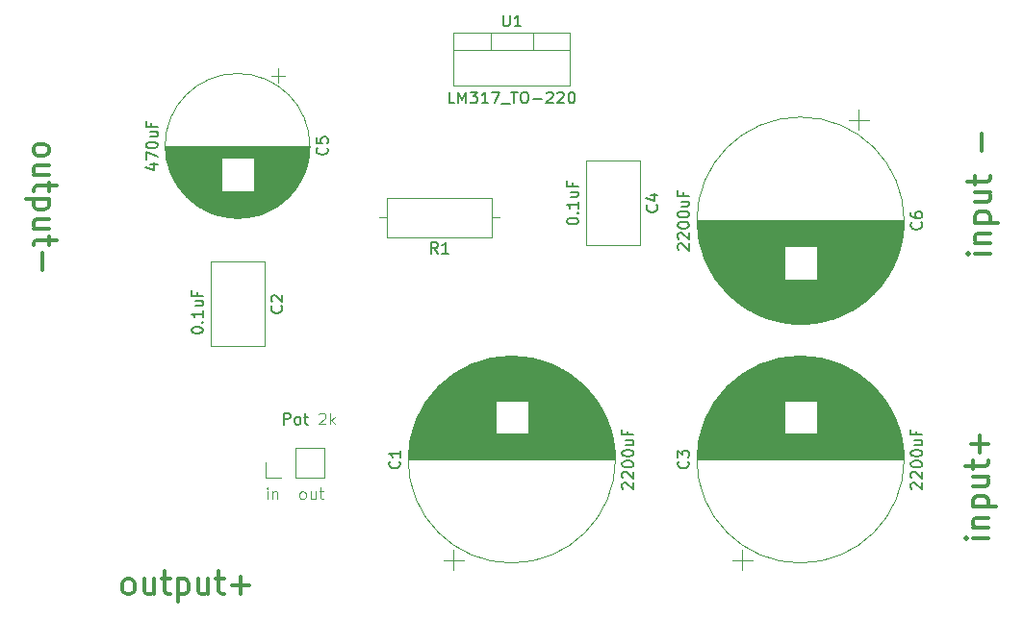
<source format=gbr>
%TF.GenerationSoftware,KiCad,Pcbnew,8.0.3*%
%TF.CreationDate,2025-06-30T13:47:58+07:00*%
%TF.ProjectId,linear supply,6c696e65-6172-4207-9375-70706c792e6b,rev?*%
%TF.SameCoordinates,Original*%
%TF.FileFunction,Legend,Top*%
%TF.FilePolarity,Positive*%
%FSLAX46Y46*%
G04 Gerber Fmt 4.6, Leading zero omitted, Abs format (unit mm)*
G04 Created by KiCad (PCBNEW 8.0.3) date 2025-06-30 13:47:58*
%MOMM*%
%LPD*%
G01*
G04 APERTURE LIST*
%ADD10C,0.100000*%
%ADD11C,0.300000*%
%ADD12C,0.150000*%
%ADD13C,0.120000*%
G04 APERTURE END LIST*
D10*
X123256265Y-110967657D02*
X123303884Y-110920038D01*
X123303884Y-110920038D02*
X123399122Y-110872419D01*
X123399122Y-110872419D02*
X123637217Y-110872419D01*
X123637217Y-110872419D02*
X123732455Y-110920038D01*
X123732455Y-110920038D02*
X123780074Y-110967657D01*
X123780074Y-110967657D02*
X123827693Y-111062895D01*
X123827693Y-111062895D02*
X123827693Y-111158133D01*
X123827693Y-111158133D02*
X123780074Y-111300990D01*
X123780074Y-111300990D02*
X123208646Y-111872419D01*
X123208646Y-111872419D02*
X123827693Y-111872419D01*
X124256265Y-111872419D02*
X124256265Y-110872419D01*
X124351503Y-111491466D02*
X124637217Y-111872419D01*
X124637217Y-111205752D02*
X124256265Y-111586704D01*
X118707774Y-118458529D02*
X118707774Y-117791862D01*
X118707774Y-117458529D02*
X118660155Y-117506148D01*
X118660155Y-117506148D02*
X118707774Y-117553767D01*
X118707774Y-117553767D02*
X118755393Y-117506148D01*
X118755393Y-117506148D02*
X118707774Y-117458529D01*
X118707774Y-117458529D02*
X118707774Y-117553767D01*
X119183964Y-117791862D02*
X119183964Y-118458529D01*
X119183964Y-117887100D02*
X119231583Y-117839481D01*
X119231583Y-117839481D02*
X119326821Y-117791862D01*
X119326821Y-117791862D02*
X119469678Y-117791862D01*
X119469678Y-117791862D02*
X119564916Y-117839481D01*
X119564916Y-117839481D02*
X119612535Y-117934719D01*
X119612535Y-117934719D02*
X119612535Y-118458529D01*
X121755393Y-118458529D02*
X121660155Y-118410910D01*
X121660155Y-118410910D02*
X121612536Y-118363290D01*
X121612536Y-118363290D02*
X121564917Y-118268052D01*
X121564917Y-118268052D02*
X121564917Y-117982338D01*
X121564917Y-117982338D02*
X121612536Y-117887100D01*
X121612536Y-117887100D02*
X121660155Y-117839481D01*
X121660155Y-117839481D02*
X121755393Y-117791862D01*
X121755393Y-117791862D02*
X121898250Y-117791862D01*
X121898250Y-117791862D02*
X121993488Y-117839481D01*
X121993488Y-117839481D02*
X122041107Y-117887100D01*
X122041107Y-117887100D02*
X122088726Y-117982338D01*
X122088726Y-117982338D02*
X122088726Y-118268052D01*
X122088726Y-118268052D02*
X122041107Y-118363290D01*
X122041107Y-118363290D02*
X121993488Y-118410910D01*
X121993488Y-118410910D02*
X121898250Y-118458529D01*
X121898250Y-118458529D02*
X121755393Y-118458529D01*
X122945869Y-117791862D02*
X122945869Y-118458529D01*
X122517298Y-117791862D02*
X122517298Y-118315671D01*
X122517298Y-118315671D02*
X122564917Y-118410910D01*
X122564917Y-118410910D02*
X122660155Y-118458529D01*
X122660155Y-118458529D02*
X122803012Y-118458529D01*
X122803012Y-118458529D02*
X122898250Y-118410910D01*
X122898250Y-118410910D02*
X122945869Y-118363290D01*
X123279203Y-117791862D02*
X123660155Y-117791862D01*
X123422060Y-117458529D02*
X123422060Y-118315671D01*
X123422060Y-118315671D02*
X123469679Y-118410910D01*
X123469679Y-118410910D02*
X123564917Y-118458529D01*
X123564917Y-118458529D02*
X123660155Y-118458529D01*
D11*
X98164251Y-87545382D02*
X98259490Y-87354906D01*
X98259490Y-87354906D02*
X98354728Y-87259668D01*
X98354728Y-87259668D02*
X98545204Y-87164430D01*
X98545204Y-87164430D02*
X99116632Y-87164430D01*
X99116632Y-87164430D02*
X99307109Y-87259668D01*
X99307109Y-87259668D02*
X99402347Y-87354906D01*
X99402347Y-87354906D02*
X99497585Y-87545382D01*
X99497585Y-87545382D02*
X99497585Y-87831097D01*
X99497585Y-87831097D02*
X99402347Y-88021573D01*
X99402347Y-88021573D02*
X99307109Y-88116811D01*
X99307109Y-88116811D02*
X99116632Y-88212049D01*
X99116632Y-88212049D02*
X98545204Y-88212049D01*
X98545204Y-88212049D02*
X98354728Y-88116811D01*
X98354728Y-88116811D02*
X98259490Y-88021573D01*
X98259490Y-88021573D02*
X98164251Y-87831097D01*
X98164251Y-87831097D02*
X98164251Y-87545382D01*
X99497585Y-89926335D02*
X98164251Y-89926335D01*
X99497585Y-89069192D02*
X98449966Y-89069192D01*
X98449966Y-89069192D02*
X98259490Y-89164430D01*
X98259490Y-89164430D02*
X98164251Y-89354906D01*
X98164251Y-89354906D02*
X98164251Y-89640621D01*
X98164251Y-89640621D02*
X98259490Y-89831097D01*
X98259490Y-89831097D02*
X98354728Y-89926335D01*
X99497585Y-90593002D02*
X99497585Y-91354906D01*
X100164251Y-90878716D02*
X98449966Y-90878716D01*
X98449966Y-90878716D02*
X98259490Y-90973954D01*
X98259490Y-90973954D02*
X98164251Y-91164430D01*
X98164251Y-91164430D02*
X98164251Y-91354906D01*
X99497585Y-92021573D02*
X97497585Y-92021573D01*
X99402347Y-92021573D02*
X99497585Y-92212049D01*
X99497585Y-92212049D02*
X99497585Y-92593002D01*
X99497585Y-92593002D02*
X99402347Y-92783478D01*
X99402347Y-92783478D02*
X99307109Y-92878716D01*
X99307109Y-92878716D02*
X99116632Y-92973954D01*
X99116632Y-92973954D02*
X98545204Y-92973954D01*
X98545204Y-92973954D02*
X98354728Y-92878716D01*
X98354728Y-92878716D02*
X98259490Y-92783478D01*
X98259490Y-92783478D02*
X98164251Y-92593002D01*
X98164251Y-92593002D02*
X98164251Y-92212049D01*
X98164251Y-92212049D02*
X98259490Y-92021573D01*
X99497585Y-94688240D02*
X98164251Y-94688240D01*
X99497585Y-93831097D02*
X98449966Y-93831097D01*
X98449966Y-93831097D02*
X98259490Y-93926335D01*
X98259490Y-93926335D02*
X98164251Y-94116811D01*
X98164251Y-94116811D02*
X98164251Y-94402526D01*
X98164251Y-94402526D02*
X98259490Y-94593002D01*
X98259490Y-94593002D02*
X98354728Y-94688240D01*
X99497585Y-95354907D02*
X99497585Y-96116811D01*
X100164251Y-95640621D02*
X98449966Y-95640621D01*
X98449966Y-95640621D02*
X98259490Y-95735859D01*
X98259490Y-95735859D02*
X98164251Y-95926335D01*
X98164251Y-95926335D02*
X98164251Y-96116811D01*
X98926156Y-96783478D02*
X98926156Y-98307288D01*
X182143528Y-121912551D02*
X180810194Y-121912551D01*
X180143528Y-121912551D02*
X180238766Y-122007789D01*
X180238766Y-122007789D02*
X180334004Y-121912551D01*
X180334004Y-121912551D02*
X180238766Y-121817313D01*
X180238766Y-121817313D02*
X180143528Y-121912551D01*
X180143528Y-121912551D02*
X180334004Y-121912551D01*
X180810194Y-120960170D02*
X182143528Y-120960170D01*
X181000670Y-120960170D02*
X180905432Y-120864932D01*
X180905432Y-120864932D02*
X180810194Y-120674456D01*
X180810194Y-120674456D02*
X180810194Y-120388741D01*
X180810194Y-120388741D02*
X180905432Y-120198265D01*
X180905432Y-120198265D02*
X181095909Y-120103027D01*
X181095909Y-120103027D02*
X182143528Y-120103027D01*
X180810194Y-119150646D02*
X182810194Y-119150646D01*
X180905432Y-119150646D02*
X180810194Y-118960170D01*
X180810194Y-118960170D02*
X180810194Y-118579217D01*
X180810194Y-118579217D02*
X180905432Y-118388741D01*
X180905432Y-118388741D02*
X181000670Y-118293503D01*
X181000670Y-118293503D02*
X181191147Y-118198265D01*
X181191147Y-118198265D02*
X181762575Y-118198265D01*
X181762575Y-118198265D02*
X181953051Y-118293503D01*
X181953051Y-118293503D02*
X182048290Y-118388741D01*
X182048290Y-118388741D02*
X182143528Y-118579217D01*
X182143528Y-118579217D02*
X182143528Y-118960170D01*
X182143528Y-118960170D02*
X182048290Y-119150646D01*
X180810194Y-116483979D02*
X182143528Y-116483979D01*
X180810194Y-117341122D02*
X181857813Y-117341122D01*
X181857813Y-117341122D02*
X182048290Y-117245884D01*
X182048290Y-117245884D02*
X182143528Y-117055408D01*
X182143528Y-117055408D02*
X182143528Y-116769693D01*
X182143528Y-116769693D02*
X182048290Y-116579217D01*
X182048290Y-116579217D02*
X181953051Y-116483979D01*
X180810194Y-115817312D02*
X180810194Y-115055408D01*
X180143528Y-115531598D02*
X181857813Y-115531598D01*
X181857813Y-115531598D02*
X182048290Y-115436360D01*
X182048290Y-115436360D02*
X182143528Y-115245884D01*
X182143528Y-115245884D02*
X182143528Y-115055408D01*
X181381623Y-114388741D02*
X181381623Y-112864932D01*
X182143528Y-113626836D02*
X180619718Y-113626836D01*
X106363162Y-126825748D02*
X106172686Y-126730510D01*
X106172686Y-126730510D02*
X106077448Y-126635271D01*
X106077448Y-126635271D02*
X105982210Y-126444795D01*
X105982210Y-126444795D02*
X105982210Y-125873367D01*
X105982210Y-125873367D02*
X106077448Y-125682890D01*
X106077448Y-125682890D02*
X106172686Y-125587652D01*
X106172686Y-125587652D02*
X106363162Y-125492414D01*
X106363162Y-125492414D02*
X106648877Y-125492414D01*
X106648877Y-125492414D02*
X106839353Y-125587652D01*
X106839353Y-125587652D02*
X106934591Y-125682890D01*
X106934591Y-125682890D02*
X107029829Y-125873367D01*
X107029829Y-125873367D02*
X107029829Y-126444795D01*
X107029829Y-126444795D02*
X106934591Y-126635271D01*
X106934591Y-126635271D02*
X106839353Y-126730510D01*
X106839353Y-126730510D02*
X106648877Y-126825748D01*
X106648877Y-126825748D02*
X106363162Y-126825748D01*
X108744115Y-125492414D02*
X108744115Y-126825748D01*
X107886972Y-125492414D02*
X107886972Y-126540033D01*
X107886972Y-126540033D02*
X107982210Y-126730510D01*
X107982210Y-126730510D02*
X108172686Y-126825748D01*
X108172686Y-126825748D02*
X108458401Y-126825748D01*
X108458401Y-126825748D02*
X108648877Y-126730510D01*
X108648877Y-126730510D02*
X108744115Y-126635271D01*
X109410782Y-125492414D02*
X110172686Y-125492414D01*
X109696496Y-124825748D02*
X109696496Y-126540033D01*
X109696496Y-126540033D02*
X109791734Y-126730510D01*
X109791734Y-126730510D02*
X109982210Y-126825748D01*
X109982210Y-126825748D02*
X110172686Y-126825748D01*
X110839353Y-125492414D02*
X110839353Y-127492414D01*
X110839353Y-125587652D02*
X111029829Y-125492414D01*
X111029829Y-125492414D02*
X111410782Y-125492414D01*
X111410782Y-125492414D02*
X111601258Y-125587652D01*
X111601258Y-125587652D02*
X111696496Y-125682890D01*
X111696496Y-125682890D02*
X111791734Y-125873367D01*
X111791734Y-125873367D02*
X111791734Y-126444795D01*
X111791734Y-126444795D02*
X111696496Y-126635271D01*
X111696496Y-126635271D02*
X111601258Y-126730510D01*
X111601258Y-126730510D02*
X111410782Y-126825748D01*
X111410782Y-126825748D02*
X111029829Y-126825748D01*
X111029829Y-126825748D02*
X110839353Y-126730510D01*
X113506020Y-125492414D02*
X113506020Y-126825748D01*
X112648877Y-125492414D02*
X112648877Y-126540033D01*
X112648877Y-126540033D02*
X112744115Y-126730510D01*
X112744115Y-126730510D02*
X112934591Y-126825748D01*
X112934591Y-126825748D02*
X113220306Y-126825748D01*
X113220306Y-126825748D02*
X113410782Y-126730510D01*
X113410782Y-126730510D02*
X113506020Y-126635271D01*
X114172687Y-125492414D02*
X114934591Y-125492414D01*
X114458401Y-124825748D02*
X114458401Y-126540033D01*
X114458401Y-126540033D02*
X114553639Y-126730510D01*
X114553639Y-126730510D02*
X114744115Y-126825748D01*
X114744115Y-126825748D02*
X114934591Y-126825748D01*
X115601258Y-126063843D02*
X117125068Y-126063843D01*
X116363163Y-126825748D02*
X116363163Y-125301938D01*
D12*
X119953470Y-101442776D02*
X120001090Y-101490395D01*
X120001090Y-101490395D02*
X120048709Y-101633252D01*
X120048709Y-101633252D02*
X120048709Y-101728490D01*
X120048709Y-101728490D02*
X120001090Y-101871347D01*
X120001090Y-101871347D02*
X119905851Y-101966585D01*
X119905851Y-101966585D02*
X119810613Y-102014204D01*
X119810613Y-102014204D02*
X119620137Y-102061823D01*
X119620137Y-102061823D02*
X119477280Y-102061823D01*
X119477280Y-102061823D02*
X119286804Y-102014204D01*
X119286804Y-102014204D02*
X119191566Y-101966585D01*
X119191566Y-101966585D02*
X119096328Y-101871347D01*
X119096328Y-101871347D02*
X119048709Y-101728490D01*
X119048709Y-101728490D02*
X119048709Y-101633252D01*
X119048709Y-101633252D02*
X119096328Y-101490395D01*
X119096328Y-101490395D02*
X119143947Y-101442776D01*
X119143947Y-101061823D02*
X119096328Y-101014204D01*
X119096328Y-101014204D02*
X119048709Y-100918966D01*
X119048709Y-100918966D02*
X119048709Y-100680871D01*
X119048709Y-100680871D02*
X119096328Y-100585633D01*
X119096328Y-100585633D02*
X119143947Y-100538014D01*
X119143947Y-100538014D02*
X119239185Y-100490395D01*
X119239185Y-100490395D02*
X119334423Y-100490395D01*
X119334423Y-100490395D02*
X119477280Y-100538014D01*
X119477280Y-100538014D02*
X120048709Y-101109442D01*
X120048709Y-101109442D02*
X120048709Y-100490395D01*
X112048709Y-103642856D02*
X112048709Y-103547618D01*
X112048709Y-103547618D02*
X112096328Y-103452380D01*
X112096328Y-103452380D02*
X112143947Y-103404761D01*
X112143947Y-103404761D02*
X112239185Y-103357142D01*
X112239185Y-103357142D02*
X112429661Y-103309523D01*
X112429661Y-103309523D02*
X112667756Y-103309523D01*
X112667756Y-103309523D02*
X112858232Y-103357142D01*
X112858232Y-103357142D02*
X112953470Y-103404761D01*
X112953470Y-103404761D02*
X113001090Y-103452380D01*
X113001090Y-103452380D02*
X113048709Y-103547618D01*
X113048709Y-103547618D02*
X113048709Y-103642856D01*
X113048709Y-103642856D02*
X113001090Y-103738094D01*
X113001090Y-103738094D02*
X112953470Y-103785713D01*
X112953470Y-103785713D02*
X112858232Y-103833332D01*
X112858232Y-103833332D02*
X112667756Y-103880951D01*
X112667756Y-103880951D02*
X112429661Y-103880951D01*
X112429661Y-103880951D02*
X112239185Y-103833332D01*
X112239185Y-103833332D02*
X112143947Y-103785713D01*
X112143947Y-103785713D02*
X112096328Y-103738094D01*
X112096328Y-103738094D02*
X112048709Y-103642856D01*
X112953470Y-102880951D02*
X113001090Y-102833332D01*
X113001090Y-102833332D02*
X113048709Y-102880951D01*
X113048709Y-102880951D02*
X113001090Y-102928570D01*
X113001090Y-102928570D02*
X112953470Y-102880951D01*
X112953470Y-102880951D02*
X113048709Y-102880951D01*
X113048709Y-101880952D02*
X113048709Y-102452380D01*
X113048709Y-102166666D02*
X112048709Y-102166666D01*
X112048709Y-102166666D02*
X112191566Y-102261904D01*
X112191566Y-102261904D02*
X112286804Y-102357142D01*
X112286804Y-102357142D02*
X112334423Y-102452380D01*
X112382042Y-101023809D02*
X113048709Y-101023809D01*
X112382042Y-101452380D02*
X112905851Y-101452380D01*
X112905851Y-101452380D02*
X113001090Y-101404761D01*
X113001090Y-101404761D02*
X113048709Y-101309523D01*
X113048709Y-101309523D02*
X113048709Y-101166666D01*
X113048709Y-101166666D02*
X113001090Y-101071428D01*
X113001090Y-101071428D02*
X112953470Y-101023809D01*
X112524899Y-100214285D02*
X112524899Y-100547618D01*
X113048709Y-100547618D02*
X112048709Y-100547618D01*
X112048709Y-100547618D02*
X112048709Y-100071428D01*
D11*
X182313528Y-96871824D02*
X180980194Y-96871824D01*
X180313528Y-96871824D02*
X180408766Y-96967062D01*
X180408766Y-96967062D02*
X180504004Y-96871824D01*
X180504004Y-96871824D02*
X180408766Y-96776586D01*
X180408766Y-96776586D02*
X180313528Y-96871824D01*
X180313528Y-96871824D02*
X180504004Y-96871824D01*
X180980194Y-95919443D02*
X182313528Y-95919443D01*
X181170670Y-95919443D02*
X181075432Y-95824205D01*
X181075432Y-95824205D02*
X180980194Y-95633729D01*
X180980194Y-95633729D02*
X180980194Y-95348014D01*
X180980194Y-95348014D02*
X181075432Y-95157538D01*
X181075432Y-95157538D02*
X181265909Y-95062300D01*
X181265909Y-95062300D02*
X182313528Y-95062300D01*
X180980194Y-94109919D02*
X182980194Y-94109919D01*
X181075432Y-94109919D02*
X180980194Y-93919443D01*
X180980194Y-93919443D02*
X180980194Y-93538490D01*
X180980194Y-93538490D02*
X181075432Y-93348014D01*
X181075432Y-93348014D02*
X181170670Y-93252776D01*
X181170670Y-93252776D02*
X181361147Y-93157538D01*
X181361147Y-93157538D02*
X181932575Y-93157538D01*
X181932575Y-93157538D02*
X182123051Y-93252776D01*
X182123051Y-93252776D02*
X182218290Y-93348014D01*
X182218290Y-93348014D02*
X182313528Y-93538490D01*
X182313528Y-93538490D02*
X182313528Y-93919443D01*
X182313528Y-93919443D02*
X182218290Y-94109919D01*
X180980194Y-91443252D02*
X182313528Y-91443252D01*
X180980194Y-92300395D02*
X182027813Y-92300395D01*
X182027813Y-92300395D02*
X182218290Y-92205157D01*
X182218290Y-92205157D02*
X182313528Y-92014681D01*
X182313528Y-92014681D02*
X182313528Y-91728966D01*
X182313528Y-91728966D02*
X182218290Y-91538490D01*
X182218290Y-91538490D02*
X182123051Y-91443252D01*
X180980194Y-90776585D02*
X180980194Y-90014681D01*
X180313528Y-90490871D02*
X182027813Y-90490871D01*
X182027813Y-90490871D02*
X182218290Y-90395633D01*
X182218290Y-90395633D02*
X182313528Y-90205157D01*
X182313528Y-90205157D02*
X182313528Y-90014681D01*
X181551623Y-87824204D02*
X181551623Y-86300395D01*
D12*
X152973470Y-92552776D02*
X153021090Y-92600395D01*
X153021090Y-92600395D02*
X153068709Y-92743252D01*
X153068709Y-92743252D02*
X153068709Y-92838490D01*
X153068709Y-92838490D02*
X153021090Y-92981347D01*
X153021090Y-92981347D02*
X152925851Y-93076585D01*
X152925851Y-93076585D02*
X152830613Y-93124204D01*
X152830613Y-93124204D02*
X152640137Y-93171823D01*
X152640137Y-93171823D02*
X152497280Y-93171823D01*
X152497280Y-93171823D02*
X152306804Y-93124204D01*
X152306804Y-93124204D02*
X152211566Y-93076585D01*
X152211566Y-93076585D02*
X152116328Y-92981347D01*
X152116328Y-92981347D02*
X152068709Y-92838490D01*
X152068709Y-92838490D02*
X152068709Y-92743252D01*
X152068709Y-92743252D02*
X152116328Y-92600395D01*
X152116328Y-92600395D02*
X152163947Y-92552776D01*
X152402042Y-91695633D02*
X153068709Y-91695633D01*
X152021090Y-91933728D02*
X152735375Y-92171823D01*
X152735375Y-92171823D02*
X152735375Y-91552776D01*
X145068709Y-94028966D02*
X145068709Y-93933728D01*
X145068709Y-93933728D02*
X145116328Y-93838490D01*
X145116328Y-93838490D02*
X145163947Y-93790871D01*
X145163947Y-93790871D02*
X145259185Y-93743252D01*
X145259185Y-93743252D02*
X145449661Y-93695633D01*
X145449661Y-93695633D02*
X145687756Y-93695633D01*
X145687756Y-93695633D02*
X145878232Y-93743252D01*
X145878232Y-93743252D02*
X145973470Y-93790871D01*
X145973470Y-93790871D02*
X146021090Y-93838490D01*
X146021090Y-93838490D02*
X146068709Y-93933728D01*
X146068709Y-93933728D02*
X146068709Y-94028966D01*
X146068709Y-94028966D02*
X146021090Y-94124204D01*
X146021090Y-94124204D02*
X145973470Y-94171823D01*
X145973470Y-94171823D02*
X145878232Y-94219442D01*
X145878232Y-94219442D02*
X145687756Y-94267061D01*
X145687756Y-94267061D02*
X145449661Y-94267061D01*
X145449661Y-94267061D02*
X145259185Y-94219442D01*
X145259185Y-94219442D02*
X145163947Y-94171823D01*
X145163947Y-94171823D02*
X145116328Y-94124204D01*
X145116328Y-94124204D02*
X145068709Y-94028966D01*
X145973470Y-93267061D02*
X146021090Y-93219442D01*
X146021090Y-93219442D02*
X146068709Y-93267061D01*
X146068709Y-93267061D02*
X146021090Y-93314680D01*
X146021090Y-93314680D02*
X145973470Y-93267061D01*
X145973470Y-93267061D02*
X146068709Y-93267061D01*
X146068709Y-92267062D02*
X146068709Y-92838490D01*
X146068709Y-92552776D02*
X145068709Y-92552776D01*
X145068709Y-92552776D02*
X145211566Y-92648014D01*
X145211566Y-92648014D02*
X145306804Y-92743252D01*
X145306804Y-92743252D02*
X145354423Y-92838490D01*
X145402042Y-91409919D02*
X146068709Y-91409919D01*
X145402042Y-91838490D02*
X145925851Y-91838490D01*
X145925851Y-91838490D02*
X146021090Y-91790871D01*
X146021090Y-91790871D02*
X146068709Y-91695633D01*
X146068709Y-91695633D02*
X146068709Y-91552776D01*
X146068709Y-91552776D02*
X146021090Y-91457538D01*
X146021090Y-91457538D02*
X145973470Y-91409919D01*
X145544899Y-90600395D02*
X145544899Y-90933728D01*
X146068709Y-90933728D02*
X145068709Y-90933728D01*
X145068709Y-90933728D02*
X145068709Y-90457538D01*
X139461985Y-75815929D02*
X139461985Y-76625452D01*
X139461985Y-76625452D02*
X139509604Y-76720690D01*
X139509604Y-76720690D02*
X139557223Y-76768310D01*
X139557223Y-76768310D02*
X139652461Y-76815929D01*
X139652461Y-76815929D02*
X139842937Y-76815929D01*
X139842937Y-76815929D02*
X139938175Y-76768310D01*
X139938175Y-76768310D02*
X139985794Y-76720690D01*
X139985794Y-76720690D02*
X140033413Y-76625452D01*
X140033413Y-76625452D02*
X140033413Y-75815929D01*
X141033413Y-76815929D02*
X140461985Y-76815929D01*
X140747699Y-76815929D02*
X140747699Y-75815929D01*
X140747699Y-75815929D02*
X140652461Y-75958786D01*
X140652461Y-75958786D02*
X140557223Y-76054024D01*
X140557223Y-76054024D02*
X140461985Y-76101643D01*
X135200080Y-83585929D02*
X134723890Y-83585929D01*
X134723890Y-83585929D02*
X134723890Y-82585929D01*
X135533414Y-83585929D02*
X135533414Y-82585929D01*
X135533414Y-82585929D02*
X135866747Y-83300214D01*
X135866747Y-83300214D02*
X136200080Y-82585929D01*
X136200080Y-82585929D02*
X136200080Y-83585929D01*
X136581033Y-82585929D02*
X137200080Y-82585929D01*
X137200080Y-82585929D02*
X136866747Y-82966881D01*
X136866747Y-82966881D02*
X137009604Y-82966881D01*
X137009604Y-82966881D02*
X137104842Y-83014500D01*
X137104842Y-83014500D02*
X137152461Y-83062119D01*
X137152461Y-83062119D02*
X137200080Y-83157357D01*
X137200080Y-83157357D02*
X137200080Y-83395452D01*
X137200080Y-83395452D02*
X137152461Y-83490690D01*
X137152461Y-83490690D02*
X137104842Y-83538310D01*
X137104842Y-83538310D02*
X137009604Y-83585929D01*
X137009604Y-83585929D02*
X136723890Y-83585929D01*
X136723890Y-83585929D02*
X136628652Y-83538310D01*
X136628652Y-83538310D02*
X136581033Y-83490690D01*
X138152461Y-83585929D02*
X137581033Y-83585929D01*
X137866747Y-83585929D02*
X137866747Y-82585929D01*
X137866747Y-82585929D02*
X137771509Y-82728786D01*
X137771509Y-82728786D02*
X137676271Y-82824024D01*
X137676271Y-82824024D02*
X137581033Y-82871643D01*
X138485795Y-82585929D02*
X139152461Y-82585929D01*
X139152461Y-82585929D02*
X138723890Y-83585929D01*
X139295319Y-83681167D02*
X140057223Y-83681167D01*
X140152462Y-82585929D02*
X140723890Y-82585929D01*
X140438176Y-83585929D02*
X140438176Y-82585929D01*
X141247700Y-82585929D02*
X141438176Y-82585929D01*
X141438176Y-82585929D02*
X141533414Y-82633548D01*
X141533414Y-82633548D02*
X141628652Y-82728786D01*
X141628652Y-82728786D02*
X141676271Y-82919262D01*
X141676271Y-82919262D02*
X141676271Y-83252595D01*
X141676271Y-83252595D02*
X141628652Y-83443071D01*
X141628652Y-83443071D02*
X141533414Y-83538310D01*
X141533414Y-83538310D02*
X141438176Y-83585929D01*
X141438176Y-83585929D02*
X141247700Y-83585929D01*
X141247700Y-83585929D02*
X141152462Y-83538310D01*
X141152462Y-83538310D02*
X141057224Y-83443071D01*
X141057224Y-83443071D02*
X141009605Y-83252595D01*
X141009605Y-83252595D02*
X141009605Y-82919262D01*
X141009605Y-82919262D02*
X141057224Y-82728786D01*
X141057224Y-82728786D02*
X141152462Y-82633548D01*
X141152462Y-82633548D02*
X141247700Y-82585929D01*
X142104843Y-83204976D02*
X142866748Y-83204976D01*
X143295319Y-82681167D02*
X143342938Y-82633548D01*
X143342938Y-82633548D02*
X143438176Y-82585929D01*
X143438176Y-82585929D02*
X143676271Y-82585929D01*
X143676271Y-82585929D02*
X143771509Y-82633548D01*
X143771509Y-82633548D02*
X143819128Y-82681167D01*
X143819128Y-82681167D02*
X143866747Y-82776405D01*
X143866747Y-82776405D02*
X143866747Y-82871643D01*
X143866747Y-82871643D02*
X143819128Y-83014500D01*
X143819128Y-83014500D02*
X143247700Y-83585929D01*
X143247700Y-83585929D02*
X143866747Y-83585929D01*
X144247700Y-82681167D02*
X144295319Y-82633548D01*
X144295319Y-82633548D02*
X144390557Y-82585929D01*
X144390557Y-82585929D02*
X144628652Y-82585929D01*
X144628652Y-82585929D02*
X144723890Y-82633548D01*
X144723890Y-82633548D02*
X144771509Y-82681167D01*
X144771509Y-82681167D02*
X144819128Y-82776405D01*
X144819128Y-82776405D02*
X144819128Y-82871643D01*
X144819128Y-82871643D02*
X144771509Y-83014500D01*
X144771509Y-83014500D02*
X144200081Y-83585929D01*
X144200081Y-83585929D02*
X144819128Y-83585929D01*
X145438176Y-82585929D02*
X145533414Y-82585929D01*
X145533414Y-82585929D02*
X145628652Y-82633548D01*
X145628652Y-82633548D02*
X145676271Y-82681167D01*
X145676271Y-82681167D02*
X145723890Y-82776405D01*
X145723890Y-82776405D02*
X145771509Y-82966881D01*
X145771509Y-82966881D02*
X145771509Y-83204976D01*
X145771509Y-83204976D02*
X145723890Y-83395452D01*
X145723890Y-83395452D02*
X145676271Y-83490690D01*
X145676271Y-83490690D02*
X145628652Y-83538310D01*
X145628652Y-83538310D02*
X145533414Y-83585929D01*
X145533414Y-83585929D02*
X145438176Y-83585929D01*
X145438176Y-83585929D02*
X145342938Y-83538310D01*
X145342938Y-83538310D02*
X145295319Y-83490690D01*
X145295319Y-83490690D02*
X145247700Y-83395452D01*
X145247700Y-83395452D02*
X145200081Y-83204976D01*
X145200081Y-83204976D02*
X145200081Y-82966881D01*
X145200081Y-82966881D02*
X145247700Y-82776405D01*
X145247700Y-82776405D02*
X145295319Y-82681167D01*
X145295319Y-82681167D02*
X145342938Y-82633548D01*
X145342938Y-82633548D02*
X145438176Y-82585929D01*
X155733470Y-115140556D02*
X155781090Y-115188175D01*
X155781090Y-115188175D02*
X155828709Y-115331032D01*
X155828709Y-115331032D02*
X155828709Y-115426270D01*
X155828709Y-115426270D02*
X155781090Y-115569127D01*
X155781090Y-115569127D02*
X155685851Y-115664365D01*
X155685851Y-115664365D02*
X155590613Y-115711984D01*
X155590613Y-115711984D02*
X155400137Y-115759603D01*
X155400137Y-115759603D02*
X155257280Y-115759603D01*
X155257280Y-115759603D02*
X155066804Y-115711984D01*
X155066804Y-115711984D02*
X154971566Y-115664365D01*
X154971566Y-115664365D02*
X154876328Y-115569127D01*
X154876328Y-115569127D02*
X154828709Y-115426270D01*
X154828709Y-115426270D02*
X154828709Y-115331032D01*
X154828709Y-115331032D02*
X154876328Y-115188175D01*
X154876328Y-115188175D02*
X154923947Y-115140556D01*
X154828709Y-114807222D02*
X154828709Y-114188175D01*
X154828709Y-114188175D02*
X155209661Y-114521508D01*
X155209661Y-114521508D02*
X155209661Y-114378651D01*
X155209661Y-114378651D02*
X155257280Y-114283413D01*
X155257280Y-114283413D02*
X155304899Y-114235794D01*
X155304899Y-114235794D02*
X155400137Y-114188175D01*
X155400137Y-114188175D02*
X155638232Y-114188175D01*
X155638232Y-114188175D02*
X155733470Y-114235794D01*
X155733470Y-114235794D02*
X155781090Y-114283413D01*
X155781090Y-114283413D02*
X155828709Y-114378651D01*
X155828709Y-114378651D02*
X155828709Y-114664365D01*
X155828709Y-114664365D02*
X155781090Y-114759603D01*
X155781090Y-114759603D02*
X155733470Y-114807222D01*
X175423947Y-117569127D02*
X175376328Y-117521508D01*
X175376328Y-117521508D02*
X175328709Y-117426270D01*
X175328709Y-117426270D02*
X175328709Y-117188175D01*
X175328709Y-117188175D02*
X175376328Y-117092937D01*
X175376328Y-117092937D02*
X175423947Y-117045318D01*
X175423947Y-117045318D02*
X175519185Y-116997699D01*
X175519185Y-116997699D02*
X175614423Y-116997699D01*
X175614423Y-116997699D02*
X175757280Y-117045318D01*
X175757280Y-117045318D02*
X176328709Y-117616746D01*
X176328709Y-117616746D02*
X176328709Y-116997699D01*
X175423947Y-116616746D02*
X175376328Y-116569127D01*
X175376328Y-116569127D02*
X175328709Y-116473889D01*
X175328709Y-116473889D02*
X175328709Y-116235794D01*
X175328709Y-116235794D02*
X175376328Y-116140556D01*
X175376328Y-116140556D02*
X175423947Y-116092937D01*
X175423947Y-116092937D02*
X175519185Y-116045318D01*
X175519185Y-116045318D02*
X175614423Y-116045318D01*
X175614423Y-116045318D02*
X175757280Y-116092937D01*
X175757280Y-116092937D02*
X176328709Y-116664365D01*
X176328709Y-116664365D02*
X176328709Y-116045318D01*
X175328709Y-115426270D02*
X175328709Y-115331032D01*
X175328709Y-115331032D02*
X175376328Y-115235794D01*
X175376328Y-115235794D02*
X175423947Y-115188175D01*
X175423947Y-115188175D02*
X175519185Y-115140556D01*
X175519185Y-115140556D02*
X175709661Y-115092937D01*
X175709661Y-115092937D02*
X175947756Y-115092937D01*
X175947756Y-115092937D02*
X176138232Y-115140556D01*
X176138232Y-115140556D02*
X176233470Y-115188175D01*
X176233470Y-115188175D02*
X176281090Y-115235794D01*
X176281090Y-115235794D02*
X176328709Y-115331032D01*
X176328709Y-115331032D02*
X176328709Y-115426270D01*
X176328709Y-115426270D02*
X176281090Y-115521508D01*
X176281090Y-115521508D02*
X176233470Y-115569127D01*
X176233470Y-115569127D02*
X176138232Y-115616746D01*
X176138232Y-115616746D02*
X175947756Y-115664365D01*
X175947756Y-115664365D02*
X175709661Y-115664365D01*
X175709661Y-115664365D02*
X175519185Y-115616746D01*
X175519185Y-115616746D02*
X175423947Y-115569127D01*
X175423947Y-115569127D02*
X175376328Y-115521508D01*
X175376328Y-115521508D02*
X175328709Y-115426270D01*
X175328709Y-114473889D02*
X175328709Y-114378651D01*
X175328709Y-114378651D02*
X175376328Y-114283413D01*
X175376328Y-114283413D02*
X175423947Y-114235794D01*
X175423947Y-114235794D02*
X175519185Y-114188175D01*
X175519185Y-114188175D02*
X175709661Y-114140556D01*
X175709661Y-114140556D02*
X175947756Y-114140556D01*
X175947756Y-114140556D02*
X176138232Y-114188175D01*
X176138232Y-114188175D02*
X176233470Y-114235794D01*
X176233470Y-114235794D02*
X176281090Y-114283413D01*
X176281090Y-114283413D02*
X176328709Y-114378651D01*
X176328709Y-114378651D02*
X176328709Y-114473889D01*
X176328709Y-114473889D02*
X176281090Y-114569127D01*
X176281090Y-114569127D02*
X176233470Y-114616746D01*
X176233470Y-114616746D02*
X176138232Y-114664365D01*
X176138232Y-114664365D02*
X175947756Y-114711984D01*
X175947756Y-114711984D02*
X175709661Y-114711984D01*
X175709661Y-114711984D02*
X175519185Y-114664365D01*
X175519185Y-114664365D02*
X175423947Y-114616746D01*
X175423947Y-114616746D02*
X175376328Y-114569127D01*
X175376328Y-114569127D02*
X175328709Y-114473889D01*
X175662042Y-113283413D02*
X176328709Y-113283413D01*
X175662042Y-113711984D02*
X176185851Y-113711984D01*
X176185851Y-113711984D02*
X176281090Y-113664365D01*
X176281090Y-113664365D02*
X176328709Y-113569127D01*
X176328709Y-113569127D02*
X176328709Y-113426270D01*
X176328709Y-113426270D02*
X176281090Y-113331032D01*
X176281090Y-113331032D02*
X176233470Y-113283413D01*
X175804899Y-112473889D02*
X175804899Y-112807222D01*
X176328709Y-112807222D02*
X175328709Y-112807222D01*
X175328709Y-112807222D02*
X175328709Y-112331032D01*
X133707223Y-96830929D02*
X133373890Y-96354738D01*
X133135795Y-96830929D02*
X133135795Y-95830929D01*
X133135795Y-95830929D02*
X133516747Y-95830929D01*
X133516747Y-95830929D02*
X133611985Y-95878548D01*
X133611985Y-95878548D02*
X133659604Y-95926167D01*
X133659604Y-95926167D02*
X133707223Y-96021405D01*
X133707223Y-96021405D02*
X133707223Y-96164262D01*
X133707223Y-96164262D02*
X133659604Y-96259500D01*
X133659604Y-96259500D02*
X133611985Y-96307119D01*
X133611985Y-96307119D02*
X133516747Y-96354738D01*
X133516747Y-96354738D02*
X133135795Y-96354738D01*
X134659604Y-96830929D02*
X134088176Y-96830929D01*
X134373890Y-96830929D02*
X134373890Y-95830929D01*
X134373890Y-95830929D02*
X134278652Y-95973786D01*
X134278652Y-95973786D02*
X134183414Y-96069024D01*
X134183414Y-96069024D02*
X134088176Y-96116643D01*
X120173890Y-111890929D02*
X120173890Y-110890929D01*
X120173890Y-110890929D02*
X120554842Y-110890929D01*
X120554842Y-110890929D02*
X120650080Y-110938548D01*
X120650080Y-110938548D02*
X120697699Y-110986167D01*
X120697699Y-110986167D02*
X120745318Y-111081405D01*
X120745318Y-111081405D02*
X120745318Y-111224262D01*
X120745318Y-111224262D02*
X120697699Y-111319500D01*
X120697699Y-111319500D02*
X120650080Y-111367119D01*
X120650080Y-111367119D02*
X120554842Y-111414738D01*
X120554842Y-111414738D02*
X120173890Y-111414738D01*
X121316747Y-111890929D02*
X121221509Y-111843310D01*
X121221509Y-111843310D02*
X121173890Y-111795690D01*
X121173890Y-111795690D02*
X121126271Y-111700452D01*
X121126271Y-111700452D02*
X121126271Y-111414738D01*
X121126271Y-111414738D02*
X121173890Y-111319500D01*
X121173890Y-111319500D02*
X121221509Y-111271881D01*
X121221509Y-111271881D02*
X121316747Y-111224262D01*
X121316747Y-111224262D02*
X121459604Y-111224262D01*
X121459604Y-111224262D02*
X121554842Y-111271881D01*
X121554842Y-111271881D02*
X121602461Y-111319500D01*
X121602461Y-111319500D02*
X121650080Y-111414738D01*
X121650080Y-111414738D02*
X121650080Y-111700452D01*
X121650080Y-111700452D02*
X121602461Y-111795690D01*
X121602461Y-111795690D02*
X121554842Y-111843310D01*
X121554842Y-111843310D02*
X121459604Y-111890929D01*
X121459604Y-111890929D02*
X121316747Y-111890929D01*
X121935795Y-111224262D02*
X122316747Y-111224262D01*
X122078652Y-110890929D02*
X122078652Y-111748071D01*
X122078652Y-111748071D02*
X122126271Y-111843310D01*
X122126271Y-111843310D02*
X122221509Y-111890929D01*
X122221509Y-111890929D02*
X122316747Y-111890929D01*
X123953470Y-87512776D02*
X124001090Y-87560395D01*
X124001090Y-87560395D02*
X124048709Y-87703252D01*
X124048709Y-87703252D02*
X124048709Y-87798490D01*
X124048709Y-87798490D02*
X124001090Y-87941347D01*
X124001090Y-87941347D02*
X123905851Y-88036585D01*
X123905851Y-88036585D02*
X123810613Y-88084204D01*
X123810613Y-88084204D02*
X123620137Y-88131823D01*
X123620137Y-88131823D02*
X123477280Y-88131823D01*
X123477280Y-88131823D02*
X123286804Y-88084204D01*
X123286804Y-88084204D02*
X123191566Y-88036585D01*
X123191566Y-88036585D02*
X123096328Y-87941347D01*
X123096328Y-87941347D02*
X123048709Y-87798490D01*
X123048709Y-87798490D02*
X123048709Y-87703252D01*
X123048709Y-87703252D02*
X123096328Y-87560395D01*
X123096328Y-87560395D02*
X123143947Y-87512776D01*
X123048709Y-86608014D02*
X123048709Y-87084204D01*
X123048709Y-87084204D02*
X123524899Y-87131823D01*
X123524899Y-87131823D02*
X123477280Y-87084204D01*
X123477280Y-87084204D02*
X123429661Y-86988966D01*
X123429661Y-86988966D02*
X123429661Y-86750871D01*
X123429661Y-86750871D02*
X123477280Y-86655633D01*
X123477280Y-86655633D02*
X123524899Y-86608014D01*
X123524899Y-86608014D02*
X123620137Y-86560395D01*
X123620137Y-86560395D02*
X123858232Y-86560395D01*
X123858232Y-86560395D02*
X123953470Y-86608014D01*
X123953470Y-86608014D02*
X124001090Y-86655633D01*
X124001090Y-86655633D02*
X124048709Y-86750871D01*
X124048709Y-86750871D02*
X124048709Y-86988966D01*
X124048709Y-86988966D02*
X124001090Y-87084204D01*
X124001090Y-87084204D02*
X123953470Y-87131823D01*
X108382042Y-88988967D02*
X109048709Y-88988967D01*
X108001090Y-89227062D02*
X108715375Y-89465157D01*
X108715375Y-89465157D02*
X108715375Y-88846110D01*
X108048709Y-88560395D02*
X108048709Y-87893729D01*
X108048709Y-87893729D02*
X109048709Y-88322300D01*
X108048709Y-87322300D02*
X108048709Y-87227062D01*
X108048709Y-87227062D02*
X108096328Y-87131824D01*
X108096328Y-87131824D02*
X108143947Y-87084205D01*
X108143947Y-87084205D02*
X108239185Y-87036586D01*
X108239185Y-87036586D02*
X108429661Y-86988967D01*
X108429661Y-86988967D02*
X108667756Y-86988967D01*
X108667756Y-86988967D02*
X108858232Y-87036586D01*
X108858232Y-87036586D02*
X108953470Y-87084205D01*
X108953470Y-87084205D02*
X109001090Y-87131824D01*
X109001090Y-87131824D02*
X109048709Y-87227062D01*
X109048709Y-87227062D02*
X109048709Y-87322300D01*
X109048709Y-87322300D02*
X109001090Y-87417538D01*
X109001090Y-87417538D02*
X108953470Y-87465157D01*
X108953470Y-87465157D02*
X108858232Y-87512776D01*
X108858232Y-87512776D02*
X108667756Y-87560395D01*
X108667756Y-87560395D02*
X108429661Y-87560395D01*
X108429661Y-87560395D02*
X108239185Y-87512776D01*
X108239185Y-87512776D02*
X108143947Y-87465157D01*
X108143947Y-87465157D02*
X108096328Y-87417538D01*
X108096328Y-87417538D02*
X108048709Y-87322300D01*
X108382042Y-86131824D02*
X109048709Y-86131824D01*
X108382042Y-86560395D02*
X108905851Y-86560395D01*
X108905851Y-86560395D02*
X109001090Y-86512776D01*
X109001090Y-86512776D02*
X109048709Y-86417538D01*
X109048709Y-86417538D02*
X109048709Y-86274681D01*
X109048709Y-86274681D02*
X109001090Y-86179443D01*
X109001090Y-86179443D02*
X108953470Y-86131824D01*
X108524899Y-85322300D02*
X108524899Y-85655633D01*
X109048709Y-85655633D02*
X108048709Y-85655633D01*
X108048709Y-85655633D02*
X108048709Y-85179443D01*
X130333470Y-115140556D02*
X130381090Y-115188175D01*
X130381090Y-115188175D02*
X130428709Y-115331032D01*
X130428709Y-115331032D02*
X130428709Y-115426270D01*
X130428709Y-115426270D02*
X130381090Y-115569127D01*
X130381090Y-115569127D02*
X130285851Y-115664365D01*
X130285851Y-115664365D02*
X130190613Y-115711984D01*
X130190613Y-115711984D02*
X130000137Y-115759603D01*
X130000137Y-115759603D02*
X129857280Y-115759603D01*
X129857280Y-115759603D02*
X129666804Y-115711984D01*
X129666804Y-115711984D02*
X129571566Y-115664365D01*
X129571566Y-115664365D02*
X129476328Y-115569127D01*
X129476328Y-115569127D02*
X129428709Y-115426270D01*
X129428709Y-115426270D02*
X129428709Y-115331032D01*
X129428709Y-115331032D02*
X129476328Y-115188175D01*
X129476328Y-115188175D02*
X129523947Y-115140556D01*
X130428709Y-114188175D02*
X130428709Y-114759603D01*
X130428709Y-114473889D02*
X129428709Y-114473889D01*
X129428709Y-114473889D02*
X129571566Y-114569127D01*
X129571566Y-114569127D02*
X129666804Y-114664365D01*
X129666804Y-114664365D02*
X129714423Y-114759603D01*
X150023947Y-117569127D02*
X149976328Y-117521508D01*
X149976328Y-117521508D02*
X149928709Y-117426270D01*
X149928709Y-117426270D02*
X149928709Y-117188175D01*
X149928709Y-117188175D02*
X149976328Y-117092937D01*
X149976328Y-117092937D02*
X150023947Y-117045318D01*
X150023947Y-117045318D02*
X150119185Y-116997699D01*
X150119185Y-116997699D02*
X150214423Y-116997699D01*
X150214423Y-116997699D02*
X150357280Y-117045318D01*
X150357280Y-117045318D02*
X150928709Y-117616746D01*
X150928709Y-117616746D02*
X150928709Y-116997699D01*
X150023947Y-116616746D02*
X149976328Y-116569127D01*
X149976328Y-116569127D02*
X149928709Y-116473889D01*
X149928709Y-116473889D02*
X149928709Y-116235794D01*
X149928709Y-116235794D02*
X149976328Y-116140556D01*
X149976328Y-116140556D02*
X150023947Y-116092937D01*
X150023947Y-116092937D02*
X150119185Y-116045318D01*
X150119185Y-116045318D02*
X150214423Y-116045318D01*
X150214423Y-116045318D02*
X150357280Y-116092937D01*
X150357280Y-116092937D02*
X150928709Y-116664365D01*
X150928709Y-116664365D02*
X150928709Y-116045318D01*
X149928709Y-115426270D02*
X149928709Y-115331032D01*
X149928709Y-115331032D02*
X149976328Y-115235794D01*
X149976328Y-115235794D02*
X150023947Y-115188175D01*
X150023947Y-115188175D02*
X150119185Y-115140556D01*
X150119185Y-115140556D02*
X150309661Y-115092937D01*
X150309661Y-115092937D02*
X150547756Y-115092937D01*
X150547756Y-115092937D02*
X150738232Y-115140556D01*
X150738232Y-115140556D02*
X150833470Y-115188175D01*
X150833470Y-115188175D02*
X150881090Y-115235794D01*
X150881090Y-115235794D02*
X150928709Y-115331032D01*
X150928709Y-115331032D02*
X150928709Y-115426270D01*
X150928709Y-115426270D02*
X150881090Y-115521508D01*
X150881090Y-115521508D02*
X150833470Y-115569127D01*
X150833470Y-115569127D02*
X150738232Y-115616746D01*
X150738232Y-115616746D02*
X150547756Y-115664365D01*
X150547756Y-115664365D02*
X150309661Y-115664365D01*
X150309661Y-115664365D02*
X150119185Y-115616746D01*
X150119185Y-115616746D02*
X150023947Y-115569127D01*
X150023947Y-115569127D02*
X149976328Y-115521508D01*
X149976328Y-115521508D02*
X149928709Y-115426270D01*
X149928709Y-114473889D02*
X149928709Y-114378651D01*
X149928709Y-114378651D02*
X149976328Y-114283413D01*
X149976328Y-114283413D02*
X150023947Y-114235794D01*
X150023947Y-114235794D02*
X150119185Y-114188175D01*
X150119185Y-114188175D02*
X150309661Y-114140556D01*
X150309661Y-114140556D02*
X150547756Y-114140556D01*
X150547756Y-114140556D02*
X150738232Y-114188175D01*
X150738232Y-114188175D02*
X150833470Y-114235794D01*
X150833470Y-114235794D02*
X150881090Y-114283413D01*
X150881090Y-114283413D02*
X150928709Y-114378651D01*
X150928709Y-114378651D02*
X150928709Y-114473889D01*
X150928709Y-114473889D02*
X150881090Y-114569127D01*
X150881090Y-114569127D02*
X150833470Y-114616746D01*
X150833470Y-114616746D02*
X150738232Y-114664365D01*
X150738232Y-114664365D02*
X150547756Y-114711984D01*
X150547756Y-114711984D02*
X150309661Y-114711984D01*
X150309661Y-114711984D02*
X150119185Y-114664365D01*
X150119185Y-114664365D02*
X150023947Y-114616746D01*
X150023947Y-114616746D02*
X149976328Y-114569127D01*
X149976328Y-114569127D02*
X149928709Y-114473889D01*
X150262042Y-113283413D02*
X150928709Y-113283413D01*
X150262042Y-113711984D02*
X150785851Y-113711984D01*
X150785851Y-113711984D02*
X150881090Y-113664365D01*
X150881090Y-113664365D02*
X150928709Y-113569127D01*
X150928709Y-113569127D02*
X150928709Y-113426270D01*
X150928709Y-113426270D02*
X150881090Y-113331032D01*
X150881090Y-113331032D02*
X150833470Y-113283413D01*
X150404899Y-112473889D02*
X150404899Y-112807222D01*
X150928709Y-112807222D02*
X149928709Y-112807222D01*
X149928709Y-112807222D02*
X149928709Y-112331032D01*
X176233470Y-94094996D02*
X176281090Y-94142615D01*
X176281090Y-94142615D02*
X176328709Y-94285472D01*
X176328709Y-94285472D02*
X176328709Y-94380710D01*
X176328709Y-94380710D02*
X176281090Y-94523567D01*
X176281090Y-94523567D02*
X176185851Y-94618805D01*
X176185851Y-94618805D02*
X176090613Y-94666424D01*
X176090613Y-94666424D02*
X175900137Y-94714043D01*
X175900137Y-94714043D02*
X175757280Y-94714043D01*
X175757280Y-94714043D02*
X175566804Y-94666424D01*
X175566804Y-94666424D02*
X175471566Y-94618805D01*
X175471566Y-94618805D02*
X175376328Y-94523567D01*
X175376328Y-94523567D02*
X175328709Y-94380710D01*
X175328709Y-94380710D02*
X175328709Y-94285472D01*
X175328709Y-94285472D02*
X175376328Y-94142615D01*
X175376328Y-94142615D02*
X175423947Y-94094996D01*
X175328709Y-93237853D02*
X175328709Y-93428329D01*
X175328709Y-93428329D02*
X175376328Y-93523567D01*
X175376328Y-93523567D02*
X175423947Y-93571186D01*
X175423947Y-93571186D02*
X175566804Y-93666424D01*
X175566804Y-93666424D02*
X175757280Y-93714043D01*
X175757280Y-93714043D02*
X176138232Y-93714043D01*
X176138232Y-93714043D02*
X176233470Y-93666424D01*
X176233470Y-93666424D02*
X176281090Y-93618805D01*
X176281090Y-93618805D02*
X176328709Y-93523567D01*
X176328709Y-93523567D02*
X176328709Y-93333091D01*
X176328709Y-93333091D02*
X176281090Y-93237853D01*
X176281090Y-93237853D02*
X176233470Y-93190234D01*
X176233470Y-93190234D02*
X176138232Y-93142615D01*
X176138232Y-93142615D02*
X175900137Y-93142615D01*
X175900137Y-93142615D02*
X175804899Y-93190234D01*
X175804899Y-93190234D02*
X175757280Y-93237853D01*
X175757280Y-93237853D02*
X175709661Y-93333091D01*
X175709661Y-93333091D02*
X175709661Y-93523567D01*
X175709661Y-93523567D02*
X175757280Y-93618805D01*
X175757280Y-93618805D02*
X175804899Y-93666424D01*
X175804899Y-93666424D02*
X175900137Y-93714043D01*
X154923947Y-96523567D02*
X154876328Y-96475948D01*
X154876328Y-96475948D02*
X154828709Y-96380710D01*
X154828709Y-96380710D02*
X154828709Y-96142615D01*
X154828709Y-96142615D02*
X154876328Y-96047377D01*
X154876328Y-96047377D02*
X154923947Y-95999758D01*
X154923947Y-95999758D02*
X155019185Y-95952139D01*
X155019185Y-95952139D02*
X155114423Y-95952139D01*
X155114423Y-95952139D02*
X155257280Y-95999758D01*
X155257280Y-95999758D02*
X155828709Y-96571186D01*
X155828709Y-96571186D02*
X155828709Y-95952139D01*
X154923947Y-95571186D02*
X154876328Y-95523567D01*
X154876328Y-95523567D02*
X154828709Y-95428329D01*
X154828709Y-95428329D02*
X154828709Y-95190234D01*
X154828709Y-95190234D02*
X154876328Y-95094996D01*
X154876328Y-95094996D02*
X154923947Y-95047377D01*
X154923947Y-95047377D02*
X155019185Y-94999758D01*
X155019185Y-94999758D02*
X155114423Y-94999758D01*
X155114423Y-94999758D02*
X155257280Y-95047377D01*
X155257280Y-95047377D02*
X155828709Y-95618805D01*
X155828709Y-95618805D02*
X155828709Y-94999758D01*
X154828709Y-94380710D02*
X154828709Y-94285472D01*
X154828709Y-94285472D02*
X154876328Y-94190234D01*
X154876328Y-94190234D02*
X154923947Y-94142615D01*
X154923947Y-94142615D02*
X155019185Y-94094996D01*
X155019185Y-94094996D02*
X155209661Y-94047377D01*
X155209661Y-94047377D02*
X155447756Y-94047377D01*
X155447756Y-94047377D02*
X155638232Y-94094996D01*
X155638232Y-94094996D02*
X155733470Y-94142615D01*
X155733470Y-94142615D02*
X155781090Y-94190234D01*
X155781090Y-94190234D02*
X155828709Y-94285472D01*
X155828709Y-94285472D02*
X155828709Y-94380710D01*
X155828709Y-94380710D02*
X155781090Y-94475948D01*
X155781090Y-94475948D02*
X155733470Y-94523567D01*
X155733470Y-94523567D02*
X155638232Y-94571186D01*
X155638232Y-94571186D02*
X155447756Y-94618805D01*
X155447756Y-94618805D02*
X155209661Y-94618805D01*
X155209661Y-94618805D02*
X155019185Y-94571186D01*
X155019185Y-94571186D02*
X154923947Y-94523567D01*
X154923947Y-94523567D02*
X154876328Y-94475948D01*
X154876328Y-94475948D02*
X154828709Y-94380710D01*
X154828709Y-93428329D02*
X154828709Y-93333091D01*
X154828709Y-93333091D02*
X154876328Y-93237853D01*
X154876328Y-93237853D02*
X154923947Y-93190234D01*
X154923947Y-93190234D02*
X155019185Y-93142615D01*
X155019185Y-93142615D02*
X155209661Y-93094996D01*
X155209661Y-93094996D02*
X155447756Y-93094996D01*
X155447756Y-93094996D02*
X155638232Y-93142615D01*
X155638232Y-93142615D02*
X155733470Y-93190234D01*
X155733470Y-93190234D02*
X155781090Y-93237853D01*
X155781090Y-93237853D02*
X155828709Y-93333091D01*
X155828709Y-93333091D02*
X155828709Y-93428329D01*
X155828709Y-93428329D02*
X155781090Y-93523567D01*
X155781090Y-93523567D02*
X155733470Y-93571186D01*
X155733470Y-93571186D02*
X155638232Y-93618805D01*
X155638232Y-93618805D02*
X155447756Y-93666424D01*
X155447756Y-93666424D02*
X155209661Y-93666424D01*
X155209661Y-93666424D02*
X155019185Y-93618805D01*
X155019185Y-93618805D02*
X154923947Y-93571186D01*
X154923947Y-93571186D02*
X154876328Y-93523567D01*
X154876328Y-93523567D02*
X154828709Y-93428329D01*
X155162042Y-92237853D02*
X155828709Y-92237853D01*
X155162042Y-92666424D02*
X155685851Y-92666424D01*
X155685851Y-92666424D02*
X155781090Y-92618805D01*
X155781090Y-92618805D02*
X155828709Y-92523567D01*
X155828709Y-92523567D02*
X155828709Y-92380710D01*
X155828709Y-92380710D02*
X155781090Y-92285472D01*
X155781090Y-92285472D02*
X155733470Y-92237853D01*
X155304899Y-91428329D02*
X155304899Y-91761662D01*
X155828709Y-91761662D02*
X154828709Y-91761662D01*
X154828709Y-91761662D02*
X154828709Y-91285472D01*
D13*
%TO.C,C2*%
X113723890Y-97556110D02*
X113723890Y-104996110D01*
X118463890Y-97556110D02*
X113723890Y-97556110D01*
X118463890Y-97556110D02*
X118463890Y-104996110D01*
X118463890Y-104996110D02*
X113723890Y-104996110D01*
%TO.C,C4*%
X146743890Y-88666110D02*
X146743890Y-96106110D01*
X151483890Y-88666110D02*
X146743890Y-88666110D01*
X151483890Y-88666110D02*
X151483890Y-96106110D01*
X151483890Y-96106110D02*
X146743890Y-96106110D01*
%TO.C,U1*%
X135103890Y-77361110D02*
X135103890Y-82002110D01*
X135103890Y-77361110D02*
X145343890Y-77361110D01*
X135103890Y-78871110D02*
X145343890Y-78871110D01*
X135103890Y-82002110D02*
X145343890Y-82002110D01*
X138373890Y-77361110D02*
X138373890Y-78871110D01*
X142074890Y-77361110D02*
X142074890Y-78871110D01*
X145343890Y-77361110D02*
X145343890Y-82002110D01*
%TO.C,C3*%
X156542890Y-114973890D02*
X174704890Y-114973890D01*
X156543890Y-114853890D02*
X174703890Y-114853890D01*
X156543890Y-114893890D02*
X174703890Y-114893890D01*
X156543890Y-114933890D02*
X174703890Y-114933890D01*
X156544890Y-114813890D02*
X174702890Y-114813890D01*
X156545890Y-114773890D02*
X174701890Y-114773890D01*
X156546890Y-114733890D02*
X174700890Y-114733890D01*
X156547890Y-114693890D02*
X174699890Y-114693890D01*
X156548890Y-114653890D02*
X174698890Y-114653890D01*
X156550890Y-114613890D02*
X174696890Y-114613890D01*
X156551890Y-114573890D02*
X174695890Y-114573890D01*
X156553890Y-114533890D02*
X174693890Y-114533890D01*
X156555890Y-114493890D02*
X174691890Y-114493890D01*
X156557890Y-114453890D02*
X174689890Y-114453890D01*
X156560890Y-114413890D02*
X174686890Y-114413890D01*
X156562890Y-114373890D02*
X174684890Y-114373890D01*
X156565890Y-114333890D02*
X174681890Y-114333890D01*
X156568890Y-114293890D02*
X174678890Y-114293890D01*
X156571890Y-114252890D02*
X174675890Y-114252890D01*
X156574890Y-114212890D02*
X174672890Y-114212890D01*
X156578890Y-114172890D02*
X174668890Y-114172890D01*
X156581890Y-114132890D02*
X174665890Y-114132890D01*
X156585890Y-114092890D02*
X174661890Y-114092890D01*
X156589890Y-114052890D02*
X174657890Y-114052890D01*
X156593890Y-114012890D02*
X174653890Y-114012890D01*
X156597890Y-113972890D02*
X174649890Y-113972890D01*
X156602890Y-113932890D02*
X174644890Y-113932890D01*
X156607890Y-113892890D02*
X174639890Y-113892890D01*
X156612890Y-113852890D02*
X174634890Y-113852890D01*
X156617890Y-113812890D02*
X174629890Y-113812890D01*
X156622890Y-113772890D02*
X174624890Y-113772890D01*
X156627890Y-113732890D02*
X174619890Y-113732890D01*
X156633890Y-113692890D02*
X174613890Y-113692890D01*
X156639890Y-113652890D02*
X174607890Y-113652890D01*
X156644890Y-113612890D02*
X174602890Y-113612890D01*
X156651890Y-113572890D02*
X174595890Y-113572890D01*
X156657890Y-113532890D02*
X174589890Y-113532890D01*
X156663890Y-113492890D02*
X174583890Y-113492890D01*
X156670890Y-113452890D02*
X174576890Y-113452890D01*
X156677890Y-113412890D02*
X174569890Y-113412890D01*
X156684890Y-113372890D02*
X174562890Y-113372890D01*
X156691890Y-113332890D02*
X174555890Y-113332890D01*
X156699890Y-113292890D02*
X174547890Y-113292890D01*
X156706890Y-113252890D02*
X174540890Y-113252890D01*
X156714890Y-113212890D02*
X174532890Y-113212890D01*
X156722890Y-113172890D02*
X174524890Y-113172890D01*
X156730890Y-113132890D02*
X174516890Y-113132890D01*
X156738890Y-113092890D02*
X174508890Y-113092890D01*
X156747890Y-113052890D02*
X174499890Y-113052890D01*
X156756890Y-113012890D02*
X174490890Y-113012890D01*
X156765890Y-112972890D02*
X174481890Y-112972890D01*
X156774890Y-112932890D02*
X174472890Y-112932890D01*
X156783890Y-112892890D02*
X174463890Y-112892890D01*
X156792890Y-112852890D02*
X174454890Y-112852890D01*
X156802890Y-112812890D02*
X174444890Y-112812890D01*
X156812890Y-112772890D02*
X174434890Y-112772890D01*
X156822890Y-112732890D02*
X174424890Y-112732890D01*
X156832890Y-112692890D02*
X174414890Y-112692890D01*
X156843890Y-112652890D02*
X164183890Y-112652890D01*
X156853890Y-112612890D02*
X164183890Y-112612890D01*
X156864890Y-112572890D02*
X164183890Y-112572890D01*
X156875890Y-112532890D02*
X164183890Y-112532890D01*
X156886890Y-112492890D02*
X164183890Y-112492890D01*
X156898890Y-112452890D02*
X164183890Y-112452890D01*
X156909890Y-112412890D02*
X164183890Y-112412890D01*
X156921890Y-112372890D02*
X164183890Y-112372890D01*
X156933890Y-112332890D02*
X164183890Y-112332890D01*
X156945890Y-112292890D02*
X164183890Y-112292890D01*
X156958890Y-112252890D02*
X164183890Y-112252890D01*
X156970890Y-112212890D02*
X164183890Y-112212890D01*
X156983890Y-112172890D02*
X164183890Y-112172890D01*
X156996890Y-112132890D02*
X164183890Y-112132890D01*
X157009890Y-112092890D02*
X164183890Y-112092890D01*
X157023890Y-112052890D02*
X164183890Y-112052890D01*
X157036890Y-112012890D02*
X164183890Y-112012890D01*
X157050890Y-111972890D02*
X164183890Y-111972890D01*
X157064890Y-111932890D02*
X164183890Y-111932890D01*
X157078890Y-111892890D02*
X164183890Y-111892890D01*
X157093890Y-111852890D02*
X164183890Y-111852890D01*
X157107890Y-111812890D02*
X164183890Y-111812890D01*
X157122890Y-111772890D02*
X164183890Y-111772890D01*
X157137890Y-111732890D02*
X164183890Y-111732890D01*
X157153890Y-111692890D02*
X164183890Y-111692890D01*
X157168890Y-111652890D02*
X164183890Y-111652890D01*
X157184890Y-111612890D02*
X164183890Y-111612890D01*
X157200890Y-111572890D02*
X164183890Y-111572890D01*
X157216890Y-111532890D02*
X164183890Y-111532890D01*
X157233890Y-111492890D02*
X164183890Y-111492890D01*
X157249890Y-111452890D02*
X164183890Y-111452890D01*
X157266890Y-111412890D02*
X164183890Y-111412890D01*
X157283890Y-111372890D02*
X164183890Y-111372890D01*
X157300890Y-111332890D02*
X164183890Y-111332890D01*
X157318890Y-111292890D02*
X164183890Y-111292890D01*
X157336890Y-111252890D02*
X164183890Y-111252890D01*
X157354890Y-111212890D02*
X164183890Y-111212890D01*
X157372890Y-111172890D02*
X164183890Y-111172890D01*
X157390890Y-111132890D02*
X164183890Y-111132890D01*
X157409890Y-111092890D02*
X164183890Y-111092890D01*
X157428890Y-111052890D02*
X164183890Y-111052890D01*
X157447890Y-111012890D02*
X164183890Y-111012890D01*
X157467890Y-110972890D02*
X164183890Y-110972890D01*
X157486890Y-110932890D02*
X164183890Y-110932890D01*
X157506890Y-110892890D02*
X164183890Y-110892890D01*
X157526890Y-110852890D02*
X164183890Y-110852890D01*
X157547890Y-110812890D02*
X164183890Y-110812890D01*
X157567890Y-110772890D02*
X164183890Y-110772890D01*
X157588890Y-110732890D02*
X164183890Y-110732890D01*
X157609890Y-110692890D02*
X164183890Y-110692890D01*
X157631890Y-110652890D02*
X164183890Y-110652890D01*
X157652890Y-110612890D02*
X164183890Y-110612890D01*
X157674890Y-110572890D02*
X164183890Y-110572890D01*
X157696890Y-110532890D02*
X164183890Y-110532890D01*
X157719890Y-110492890D02*
X164183890Y-110492890D01*
X157741890Y-110452890D02*
X164183890Y-110452890D01*
X157764890Y-110412890D02*
X164183890Y-110412890D01*
X157788890Y-110372890D02*
X164183890Y-110372890D01*
X157811890Y-110332890D02*
X164183890Y-110332890D01*
X157835890Y-110292890D02*
X164183890Y-110292890D01*
X157859890Y-110252890D02*
X164183890Y-110252890D01*
X157883890Y-110212890D02*
X164183890Y-110212890D01*
X157908890Y-110172890D02*
X164183890Y-110172890D01*
X157933890Y-110132890D02*
X164183890Y-110132890D01*
X157958890Y-110092890D02*
X164183890Y-110092890D01*
X157983890Y-110052890D02*
X164183890Y-110052890D01*
X158009890Y-110012890D02*
X164183890Y-110012890D01*
X158035890Y-109972890D02*
X164183890Y-109972890D01*
X158062890Y-109932890D02*
X164183890Y-109932890D01*
X158088890Y-109892890D02*
X164183890Y-109892890D01*
X158115890Y-109852890D02*
X164183890Y-109852890D01*
X158143890Y-109812890D02*
X164183890Y-109812890D01*
X158170890Y-109772890D02*
X173076890Y-109772890D01*
X158198890Y-109732890D02*
X173048890Y-109732890D01*
X158226890Y-109692890D02*
X173020890Y-109692890D01*
X158255890Y-109652890D02*
X172991890Y-109652890D01*
X158284890Y-109612890D02*
X172962890Y-109612890D01*
X158313890Y-109572890D02*
X172933890Y-109572890D01*
X158343890Y-109532890D02*
X172903890Y-109532890D01*
X158373890Y-109492890D02*
X172873890Y-109492890D01*
X158403890Y-109452890D02*
X172843890Y-109452890D01*
X158433890Y-109412890D02*
X172813890Y-109412890D01*
X158464890Y-109372890D02*
X172782890Y-109372890D01*
X158496890Y-109332890D02*
X172750890Y-109332890D01*
X158527890Y-109292890D02*
X172719890Y-109292890D01*
X158559890Y-109252890D02*
X172687890Y-109252890D01*
X158592890Y-109212890D02*
X172654890Y-109212890D01*
X158624890Y-109172890D02*
X172622890Y-109172890D01*
X158658890Y-109132890D02*
X172588890Y-109132890D01*
X158691890Y-109092890D02*
X172555890Y-109092890D01*
X158725890Y-109052890D02*
X172521890Y-109052890D01*
X158759890Y-109012890D02*
X172487890Y-109012890D01*
X158794890Y-108972890D02*
X172452890Y-108972890D01*
X158829890Y-108932890D02*
X172417890Y-108932890D01*
X158865890Y-108892890D02*
X172381890Y-108892890D01*
X158901890Y-108852890D02*
X172345890Y-108852890D01*
X158937890Y-108812890D02*
X172309890Y-108812890D01*
X158974890Y-108772890D02*
X172272890Y-108772890D01*
X159011890Y-108732890D02*
X172235890Y-108732890D01*
X159049890Y-108692890D02*
X172197890Y-108692890D01*
X159087890Y-108652890D02*
X172159890Y-108652890D01*
X159126890Y-108612890D02*
X172120890Y-108612890D01*
X159165890Y-108572890D02*
X172081890Y-108572890D01*
X159205890Y-108532890D02*
X172041890Y-108532890D01*
X159245890Y-108492890D02*
X172001890Y-108492890D01*
X159286890Y-108452890D02*
X171960890Y-108452890D01*
X159327890Y-108412890D02*
X171919890Y-108412890D01*
X159369890Y-108372890D02*
X171877890Y-108372890D01*
X159411890Y-108332890D02*
X171835890Y-108332890D01*
X159453890Y-108292890D02*
X171793890Y-108292890D01*
X159497890Y-108252890D02*
X171749890Y-108252890D01*
X159541890Y-108212890D02*
X171705890Y-108212890D01*
X159585890Y-108172890D02*
X171661890Y-108172890D01*
X159608890Y-123833330D02*
X161408890Y-123833330D01*
X159630890Y-108132890D02*
X171616890Y-108132890D01*
X159676890Y-108092890D02*
X171570890Y-108092890D01*
X159722890Y-108052890D02*
X171524890Y-108052890D01*
X159769890Y-108012890D02*
X171477890Y-108012890D01*
X159817890Y-107972890D02*
X171429890Y-107972890D01*
X159865890Y-107932890D02*
X171381890Y-107932890D01*
X159914890Y-107892890D02*
X171332890Y-107892890D01*
X159963890Y-107852890D02*
X171283890Y-107852890D01*
X160014890Y-107812890D02*
X171232890Y-107812890D01*
X160065890Y-107772890D02*
X171181890Y-107772890D01*
X160117890Y-107732890D02*
X171129890Y-107732890D01*
X160169890Y-107692890D02*
X171077890Y-107692890D01*
X160223890Y-107652890D02*
X171023890Y-107652890D01*
X160277890Y-107612890D02*
X170969890Y-107612890D01*
X160332890Y-107572890D02*
X170914890Y-107572890D01*
X160388890Y-107532890D02*
X170858890Y-107532890D01*
X160445890Y-107492890D02*
X170801890Y-107492890D01*
X160503890Y-107452890D02*
X170743890Y-107452890D01*
X160508890Y-124733330D02*
X160508890Y-122933330D01*
X160561890Y-107412890D02*
X170685890Y-107412890D01*
X160621890Y-107372890D02*
X170625890Y-107372890D01*
X160682890Y-107332890D02*
X170564890Y-107332890D01*
X160744890Y-107292890D02*
X170502890Y-107292890D01*
X160807890Y-107252890D02*
X170439890Y-107252890D01*
X160871890Y-107212890D02*
X170375890Y-107212890D01*
X160937890Y-107172890D02*
X170309890Y-107172890D01*
X161003890Y-107132890D02*
X170243890Y-107132890D01*
X161071890Y-107092890D02*
X170175890Y-107092890D01*
X161141890Y-107052890D02*
X170105890Y-107052890D01*
X161211890Y-107012890D02*
X170035890Y-107012890D01*
X161284890Y-106972890D02*
X169962890Y-106972890D01*
X161358890Y-106932890D02*
X169888890Y-106932890D01*
X161433890Y-106892890D02*
X169813890Y-106892890D01*
X161510890Y-106852890D02*
X169736890Y-106852890D01*
X161590890Y-106812890D02*
X169656890Y-106812890D01*
X161671890Y-106773890D02*
X169575890Y-106773890D01*
X161754890Y-106733890D02*
X169492890Y-106733890D01*
X161839890Y-106693890D02*
X169407890Y-106693890D01*
X161927890Y-106653890D02*
X169319890Y-106653890D01*
X162018890Y-106613890D02*
X169228890Y-106613890D01*
X162111890Y-106573890D02*
X169135890Y-106573890D01*
X162207890Y-106533890D02*
X169039890Y-106533890D01*
X162306890Y-106493890D02*
X168940890Y-106493890D01*
X162409890Y-106453890D02*
X168837890Y-106453890D01*
X162516890Y-106413890D02*
X168730890Y-106413890D01*
X162627890Y-106373890D02*
X168619890Y-106373890D01*
X162743890Y-106333890D02*
X168503890Y-106333890D01*
X162864890Y-106293890D02*
X168382890Y-106293890D01*
X162991890Y-106253890D02*
X168255890Y-106253890D01*
X163125890Y-106213890D02*
X168121890Y-106213890D01*
X163268890Y-106173890D02*
X167978890Y-106173890D01*
X163420890Y-106133890D02*
X167826890Y-106133890D01*
X163584890Y-106093890D02*
X167662890Y-106093890D01*
X163763890Y-106053890D02*
X167483890Y-106053890D01*
X163962890Y-106013890D02*
X167284890Y-106013890D01*
X164188890Y-105973890D02*
X167058890Y-105973890D01*
X164457890Y-105933890D02*
X166789890Y-105933890D01*
X164809890Y-105893890D02*
X166437890Y-105893890D01*
X165583890Y-105853890D02*
X165663890Y-105853890D01*
X167063890Y-109812890D02*
X173103890Y-109812890D01*
X167063890Y-109852890D02*
X173131890Y-109852890D01*
X167063890Y-109892890D02*
X173158890Y-109892890D01*
X167063890Y-109932890D02*
X173184890Y-109932890D01*
X167063890Y-109972890D02*
X173211890Y-109972890D01*
X167063890Y-110012890D02*
X173237890Y-110012890D01*
X167063890Y-110052890D02*
X173263890Y-110052890D01*
X167063890Y-110092890D02*
X173288890Y-110092890D01*
X167063890Y-110132890D02*
X173313890Y-110132890D01*
X167063890Y-110172890D02*
X173338890Y-110172890D01*
X167063890Y-110212890D02*
X173363890Y-110212890D01*
X167063890Y-110252890D02*
X173387890Y-110252890D01*
X167063890Y-110292890D02*
X173411890Y-110292890D01*
X167063890Y-110332890D02*
X173435890Y-110332890D01*
X167063890Y-110372890D02*
X173458890Y-110372890D01*
X167063890Y-110412890D02*
X173482890Y-110412890D01*
X167063890Y-110452890D02*
X173505890Y-110452890D01*
X167063890Y-110492890D02*
X173527890Y-110492890D01*
X167063890Y-110532890D02*
X173550890Y-110532890D01*
X167063890Y-110572890D02*
X173572890Y-110572890D01*
X167063890Y-110612890D02*
X173594890Y-110612890D01*
X167063890Y-110652890D02*
X173615890Y-110652890D01*
X167063890Y-110692890D02*
X173637890Y-110692890D01*
X167063890Y-110732890D02*
X173658890Y-110732890D01*
X167063890Y-110772890D02*
X173679890Y-110772890D01*
X167063890Y-110812890D02*
X173699890Y-110812890D01*
X167063890Y-110852890D02*
X173720890Y-110852890D01*
X167063890Y-110892890D02*
X173740890Y-110892890D01*
X167063890Y-110932890D02*
X173760890Y-110932890D01*
X167063890Y-110972890D02*
X173779890Y-110972890D01*
X167063890Y-111012890D02*
X173799890Y-111012890D01*
X167063890Y-111052890D02*
X173818890Y-111052890D01*
X167063890Y-111092890D02*
X173837890Y-111092890D01*
X167063890Y-111132890D02*
X173856890Y-111132890D01*
X167063890Y-111172890D02*
X173874890Y-111172890D01*
X167063890Y-111212890D02*
X173892890Y-111212890D01*
X167063890Y-111252890D02*
X173910890Y-111252890D01*
X167063890Y-111292890D02*
X173928890Y-111292890D01*
X167063890Y-111332890D02*
X173946890Y-111332890D01*
X167063890Y-111372890D02*
X173963890Y-111372890D01*
X167063890Y-111412890D02*
X173980890Y-111412890D01*
X167063890Y-111452890D02*
X173997890Y-111452890D01*
X167063890Y-111492890D02*
X174013890Y-111492890D01*
X167063890Y-111532890D02*
X174030890Y-111532890D01*
X167063890Y-111572890D02*
X174046890Y-111572890D01*
X167063890Y-111612890D02*
X174062890Y-111612890D01*
X167063890Y-111652890D02*
X174078890Y-111652890D01*
X167063890Y-111692890D02*
X174093890Y-111692890D01*
X167063890Y-111732890D02*
X174109890Y-111732890D01*
X167063890Y-111772890D02*
X174124890Y-111772890D01*
X167063890Y-111812890D02*
X174139890Y-111812890D01*
X167063890Y-111852890D02*
X174153890Y-111852890D01*
X167063890Y-111892890D02*
X174168890Y-111892890D01*
X167063890Y-111932890D02*
X174182890Y-111932890D01*
X167063890Y-111972890D02*
X174196890Y-111972890D01*
X167063890Y-112012890D02*
X174210890Y-112012890D01*
X167063890Y-112052890D02*
X174223890Y-112052890D01*
X167063890Y-112092890D02*
X174237890Y-112092890D01*
X167063890Y-112132890D02*
X174250890Y-112132890D01*
X167063890Y-112172890D02*
X174263890Y-112172890D01*
X167063890Y-112212890D02*
X174276890Y-112212890D01*
X167063890Y-112252890D02*
X174288890Y-112252890D01*
X167063890Y-112292890D02*
X174301890Y-112292890D01*
X167063890Y-112332890D02*
X174313890Y-112332890D01*
X167063890Y-112372890D02*
X174325890Y-112372890D01*
X167063890Y-112412890D02*
X174337890Y-112412890D01*
X167063890Y-112452890D02*
X174348890Y-112452890D01*
X167063890Y-112492890D02*
X174360890Y-112492890D01*
X167063890Y-112532890D02*
X174371890Y-112532890D01*
X167063890Y-112572890D02*
X174382890Y-112572890D01*
X167063890Y-112612890D02*
X174393890Y-112612890D01*
X167063890Y-112652890D02*
X174403890Y-112652890D01*
X174743890Y-114973890D02*
G75*
G02*
X156503890Y-114973890I-9120000J0D01*
G01*
X156503890Y-114973890D02*
G75*
G02*
X174743890Y-114973890I9120000J0D01*
G01*
%TO.C,R1*%
X128563890Y-93656110D02*
X129253890Y-93656110D01*
X129253890Y-91936110D02*
X129253890Y-95376110D01*
X129253890Y-95376110D02*
X138493890Y-95376110D01*
X138493890Y-91936110D02*
X129253890Y-91936110D01*
X138493890Y-95376110D02*
X138493890Y-91936110D01*
X139183890Y-93656110D02*
X138493890Y-93656110D01*
%TO.C,Pot*%
X118573890Y-116576110D02*
X118573890Y-115246110D01*
X119903890Y-116576110D02*
X118573890Y-116576110D01*
X121173890Y-113916110D02*
X123773890Y-113916110D01*
X121173890Y-116576110D02*
X121173890Y-113916110D01*
X121173890Y-116576110D02*
X123773890Y-116576110D01*
X123773890Y-116576110D02*
X123773890Y-113916110D01*
%TO.C,C5*%
X114653890Y-88427110D02*
X109855890Y-88427110D01*
X114653890Y-88467110D02*
X109862890Y-88467110D01*
X114653890Y-88507110D02*
X109869890Y-88507110D01*
X114653890Y-88547110D02*
X109877890Y-88547110D01*
X114653890Y-88587110D02*
X109884890Y-88587110D01*
X114653890Y-88627110D02*
X109892890Y-88627110D01*
X114653890Y-88667110D02*
X109901890Y-88667110D01*
X114653890Y-88707110D02*
X109909890Y-88707110D01*
X114653890Y-88747110D02*
X109918890Y-88747110D01*
X114653890Y-88787110D02*
X109927890Y-88787110D01*
X114653890Y-88827110D02*
X109937890Y-88827110D01*
X114653890Y-88867110D02*
X109947890Y-88867110D01*
X114653890Y-88907110D02*
X109956890Y-88907110D01*
X114653890Y-88947110D02*
X109967890Y-88947110D01*
X114653890Y-88987110D02*
X109977890Y-88987110D01*
X114653890Y-89027110D02*
X109988890Y-89027110D01*
X114653890Y-89067110D02*
X109999890Y-89067110D01*
X114653890Y-89107110D02*
X110010890Y-89107110D01*
X114653890Y-89147110D02*
X110022890Y-89147110D01*
X114653890Y-89187110D02*
X110034890Y-89187110D01*
X114653890Y-89227110D02*
X110046890Y-89227110D01*
X114653890Y-89267110D02*
X110059890Y-89267110D01*
X114653890Y-89307110D02*
X110072890Y-89307110D01*
X114653890Y-89347110D02*
X110085890Y-89347110D01*
X114653890Y-89387110D02*
X110098890Y-89387110D01*
X114653890Y-89427110D02*
X110112890Y-89427110D01*
X114653890Y-89467110D02*
X110126890Y-89467110D01*
X114653890Y-89507110D02*
X110140890Y-89507110D01*
X114653890Y-89547110D02*
X110154890Y-89547110D01*
X114653890Y-89587110D02*
X110169890Y-89587110D01*
X114653890Y-89627110D02*
X110185890Y-89627110D01*
X114653890Y-89667110D02*
X110200890Y-89667110D01*
X114653890Y-89707110D02*
X110216890Y-89707110D01*
X114653890Y-89747110D02*
X110232890Y-89747110D01*
X114653890Y-89787110D02*
X110248890Y-89787110D01*
X114653890Y-89827110D02*
X110265890Y-89827110D01*
X114653890Y-89867110D02*
X110282890Y-89867110D01*
X114653890Y-89907110D02*
X110300890Y-89907110D01*
X114653890Y-89947110D02*
X110317890Y-89947110D01*
X114653890Y-89987110D02*
X110335890Y-89987110D01*
X114653890Y-90027110D02*
X110354890Y-90027110D01*
X114653890Y-90067110D02*
X110372890Y-90067110D01*
X114653890Y-90107110D02*
X110391890Y-90107110D01*
X114653890Y-90147110D02*
X110411890Y-90147110D01*
X114653890Y-90187110D02*
X110431890Y-90187110D01*
X114653890Y-90227110D02*
X110451890Y-90227110D01*
X114653890Y-90267110D02*
X110471890Y-90267110D01*
X114653890Y-90307110D02*
X110492890Y-90307110D01*
X114653890Y-90347110D02*
X110513890Y-90347110D01*
X114653890Y-90387110D02*
X110535890Y-90387110D01*
X114653890Y-90427110D02*
X110557890Y-90427110D01*
X114653890Y-90467110D02*
X110579890Y-90467110D01*
X114653890Y-90507110D02*
X110602890Y-90507110D01*
X114653890Y-90547110D02*
X110625890Y-90547110D01*
X114653890Y-90587110D02*
X110648890Y-90587110D01*
X114653890Y-90627110D02*
X110672890Y-90627110D01*
X114653890Y-90667110D02*
X110696890Y-90667110D01*
X114653890Y-90707110D02*
X110721890Y-90707110D01*
X114653890Y-90747110D02*
X110746890Y-90747110D01*
X114653890Y-90787110D02*
X110771890Y-90787110D01*
X114653890Y-90827110D02*
X110797890Y-90827110D01*
X114653890Y-90867110D02*
X110823890Y-90867110D01*
X114653890Y-90907110D02*
X110850890Y-90907110D01*
X114653890Y-90947110D02*
X110877890Y-90947110D01*
X114653890Y-90987110D02*
X110905890Y-90987110D01*
X114653890Y-91027110D02*
X110933890Y-91027110D01*
X114653890Y-91067110D02*
X110962890Y-91067110D01*
X114653890Y-91107110D02*
X110991890Y-91107110D01*
X114653890Y-91147110D02*
X111020890Y-91147110D01*
X114653890Y-91187110D02*
X111050890Y-91187110D01*
X114653890Y-91227110D02*
X111081890Y-91227110D01*
X114653890Y-91267110D02*
X111111890Y-91267110D01*
X116410890Y-93707110D02*
X115776890Y-93707110D01*
X116850890Y-93667110D02*
X115336890Y-93667110D01*
X117121890Y-93627110D02*
X115065890Y-93627110D01*
X117334890Y-93587110D02*
X114852890Y-93587110D01*
X117515890Y-93547110D02*
X114671890Y-93547110D01*
X117676890Y-93507110D02*
X114510890Y-93507110D01*
X117821890Y-93467110D02*
X114365890Y-93467110D01*
X117954890Y-93427110D02*
X114232890Y-93427110D01*
X118077890Y-93387110D02*
X114109890Y-93387110D01*
X118193890Y-93347110D02*
X113993890Y-93347110D01*
X118302890Y-93307110D02*
X113884890Y-93307110D01*
X118405890Y-93267110D02*
X113781890Y-93267110D01*
X118503890Y-93227110D02*
X113683890Y-93227110D01*
X118597890Y-93187110D02*
X113589890Y-93187110D01*
X118687890Y-93147110D02*
X113499890Y-93147110D01*
X118774890Y-93107110D02*
X113412890Y-93107110D01*
X118857890Y-93067110D02*
X113329890Y-93067110D01*
X118937890Y-93027110D02*
X113249890Y-93027110D01*
X119014890Y-92987110D02*
X113172890Y-92987110D01*
X119089890Y-92947110D02*
X113097890Y-92947110D01*
X119162890Y-92907110D02*
X113024890Y-92907110D01*
X119233890Y-92867110D02*
X112953890Y-92867110D01*
X119301890Y-92827110D02*
X112885890Y-92827110D01*
X119368890Y-92787110D02*
X112818890Y-92787110D01*
X119432890Y-92747110D02*
X112754890Y-92747110D01*
X119495890Y-92707110D02*
X112691890Y-92707110D01*
X119557890Y-92667110D02*
X112629890Y-92667110D01*
X119617890Y-92627110D02*
X112569890Y-92627110D01*
X119668890Y-80529028D02*
X119668890Y-81779028D01*
X119676890Y-92587110D02*
X112510890Y-92587110D01*
X119733890Y-92547110D02*
X112453890Y-92547110D01*
X119789890Y-92507110D02*
X112397890Y-92507110D01*
X119843890Y-92467110D02*
X112343890Y-92467110D01*
X119897890Y-92427110D02*
X112289890Y-92427110D01*
X119949890Y-92387110D02*
X112237890Y-92387110D01*
X120000890Y-92347110D02*
X112186890Y-92347110D01*
X120050890Y-92307110D02*
X112136890Y-92307110D01*
X120100890Y-92267110D02*
X112086890Y-92267110D01*
X120148890Y-92227110D02*
X112038890Y-92227110D01*
X120195890Y-92187110D02*
X111991890Y-92187110D01*
X120241890Y-92147110D02*
X111945890Y-92147110D01*
X120287890Y-92107110D02*
X111899890Y-92107110D01*
X120293890Y-81154028D02*
X119043890Y-81154028D01*
X120331890Y-92067110D02*
X111855890Y-92067110D01*
X120375890Y-92027110D02*
X111811890Y-92027110D01*
X120418890Y-91987110D02*
X111768890Y-91987110D01*
X120460890Y-91947110D02*
X111726890Y-91947110D01*
X120501890Y-91907110D02*
X111685890Y-91907110D01*
X120542890Y-91867110D02*
X111644890Y-91867110D01*
X120582890Y-91827110D02*
X111604890Y-91827110D01*
X120621890Y-91787110D02*
X111565890Y-91787110D01*
X120660890Y-91747110D02*
X111526890Y-91747110D01*
X120698890Y-91707110D02*
X111488890Y-91707110D01*
X120735890Y-91667110D02*
X111451890Y-91667110D01*
X120771890Y-91627110D02*
X111415890Y-91627110D01*
X120807890Y-91587110D02*
X111379890Y-91587110D01*
X120843890Y-91547110D02*
X111343890Y-91547110D01*
X120878890Y-91507110D02*
X111308890Y-91507110D01*
X120912890Y-91467110D02*
X111274890Y-91467110D01*
X120945890Y-91427110D02*
X111241890Y-91427110D01*
X120978890Y-91387110D02*
X111208890Y-91387110D01*
X121011890Y-91347110D02*
X111175890Y-91347110D01*
X121043890Y-91307110D02*
X111143890Y-91307110D01*
X121075890Y-91267110D02*
X117533890Y-91267110D01*
X121105890Y-91227110D02*
X117533890Y-91227110D01*
X121136890Y-91187110D02*
X117533890Y-91187110D01*
X121166890Y-91147110D02*
X117533890Y-91147110D01*
X121195890Y-91107110D02*
X117533890Y-91107110D01*
X121224890Y-91067110D02*
X117533890Y-91067110D01*
X121253890Y-91027110D02*
X117533890Y-91027110D01*
X121281890Y-90987110D02*
X117533890Y-90987110D01*
X121309890Y-90947110D02*
X117533890Y-90947110D01*
X121336890Y-90907110D02*
X117533890Y-90907110D01*
X121363890Y-90867110D02*
X117533890Y-90867110D01*
X121389890Y-90827110D02*
X117533890Y-90827110D01*
X121415890Y-90787110D02*
X117533890Y-90787110D01*
X121440890Y-90747110D02*
X117533890Y-90747110D01*
X121465890Y-90707110D02*
X117533890Y-90707110D01*
X121490890Y-90667110D02*
X117533890Y-90667110D01*
X121514890Y-90627110D02*
X117533890Y-90627110D01*
X121538890Y-90587110D02*
X117533890Y-90587110D01*
X121561890Y-90547110D02*
X117533890Y-90547110D01*
X121584890Y-90507110D02*
X117533890Y-90507110D01*
X121607890Y-90467110D02*
X117533890Y-90467110D01*
X121629890Y-90427110D02*
X117533890Y-90427110D01*
X121651890Y-90387110D02*
X117533890Y-90387110D01*
X121673890Y-90347110D02*
X117533890Y-90347110D01*
X121694890Y-90307110D02*
X117533890Y-90307110D01*
X121715890Y-90267110D02*
X117533890Y-90267110D01*
X121735890Y-90227110D02*
X117533890Y-90227110D01*
X121755890Y-90187110D02*
X117533890Y-90187110D01*
X121775890Y-90147110D02*
X117533890Y-90147110D01*
X121795890Y-90107110D02*
X117533890Y-90107110D01*
X121814890Y-90067110D02*
X117533890Y-90067110D01*
X121832890Y-90027110D02*
X117533890Y-90027110D01*
X121851890Y-89987110D02*
X117533890Y-89987110D01*
X121869890Y-89947110D02*
X117533890Y-89947110D01*
X121886890Y-89907110D02*
X117533890Y-89907110D01*
X121904890Y-89867110D02*
X117533890Y-89867110D01*
X121921890Y-89827110D02*
X117533890Y-89827110D01*
X121938890Y-89787110D02*
X117533890Y-89787110D01*
X121954890Y-89747110D02*
X117533890Y-89747110D01*
X121970890Y-89707110D02*
X117533890Y-89707110D01*
X121986890Y-89667110D02*
X117533890Y-89667110D01*
X122001890Y-89627110D02*
X117533890Y-89627110D01*
X122017890Y-89587110D02*
X117533890Y-89587110D01*
X122032890Y-89547110D02*
X117533890Y-89547110D01*
X122046890Y-89507110D02*
X117533890Y-89507110D01*
X122060890Y-89467110D02*
X117533890Y-89467110D01*
X122074890Y-89427110D02*
X117533890Y-89427110D01*
X122088890Y-89387110D02*
X117533890Y-89387110D01*
X122101890Y-89347110D02*
X117533890Y-89347110D01*
X122114890Y-89307110D02*
X117533890Y-89307110D01*
X122127890Y-89267110D02*
X117533890Y-89267110D01*
X122140890Y-89227110D02*
X117533890Y-89227110D01*
X122152890Y-89187110D02*
X117533890Y-89187110D01*
X122164890Y-89147110D02*
X117533890Y-89147110D01*
X122176890Y-89107110D02*
X117533890Y-89107110D01*
X122187890Y-89067110D02*
X117533890Y-89067110D01*
X122198890Y-89027110D02*
X117533890Y-89027110D01*
X122209890Y-88987110D02*
X117533890Y-88987110D01*
X122219890Y-88947110D02*
X117533890Y-88947110D01*
X122230890Y-88907110D02*
X117533890Y-88907110D01*
X122239890Y-88867110D02*
X117533890Y-88867110D01*
X122249890Y-88827110D02*
X117533890Y-88827110D01*
X122259890Y-88787110D02*
X117533890Y-88787110D01*
X122268890Y-88747110D02*
X117533890Y-88747110D01*
X122277890Y-88707110D02*
X117533890Y-88707110D01*
X122285890Y-88667110D02*
X117533890Y-88667110D01*
X122294890Y-88627110D02*
X117533890Y-88627110D01*
X122302890Y-88587110D02*
X117533890Y-88587110D01*
X122309890Y-88547110D02*
X117533890Y-88547110D01*
X122317890Y-88507110D02*
X117533890Y-88507110D01*
X122324890Y-88467110D02*
X117533890Y-88467110D01*
X122331890Y-88427110D02*
X117533890Y-88427110D01*
X122338890Y-88387110D02*
X109848890Y-88387110D01*
X122345890Y-88347110D02*
X109841890Y-88347110D01*
X122351890Y-88307110D02*
X109835890Y-88307110D01*
X122357890Y-88267110D02*
X109829890Y-88267110D01*
X122362890Y-88227110D02*
X109824890Y-88227110D01*
X122368890Y-88187110D02*
X109818890Y-88187110D01*
X122373890Y-88147110D02*
X109813890Y-88147110D01*
X122378890Y-88107110D02*
X109808890Y-88107110D01*
X122383890Y-88067110D02*
X109803890Y-88067110D01*
X122387890Y-88026110D02*
X109799890Y-88026110D01*
X122391890Y-87986110D02*
X109795890Y-87986110D01*
X122395890Y-87946110D02*
X109791890Y-87946110D01*
X122399890Y-87906110D02*
X109787890Y-87906110D01*
X122402890Y-87866110D02*
X109784890Y-87866110D01*
X122405890Y-87826110D02*
X109781890Y-87826110D01*
X122408890Y-87786110D02*
X109778890Y-87786110D01*
X122411890Y-87746110D02*
X109775890Y-87746110D01*
X122413890Y-87706110D02*
X109773890Y-87706110D01*
X122415890Y-87666110D02*
X109771890Y-87666110D01*
X122417890Y-87626110D02*
X109769890Y-87626110D01*
X122419890Y-87586110D02*
X109767890Y-87586110D01*
X122420890Y-87546110D02*
X109766890Y-87546110D01*
X122421890Y-87506110D02*
X109765890Y-87506110D01*
X122422890Y-87466110D02*
X109764890Y-87466110D01*
X122423890Y-87346110D02*
X109763890Y-87346110D01*
X122423890Y-87386110D02*
X109763890Y-87386110D01*
X122423890Y-87426110D02*
X109763890Y-87426110D01*
X122463890Y-87346110D02*
G75*
G02*
X109723890Y-87346110I-6370000J0D01*
G01*
X109723890Y-87346110D02*
G75*
G02*
X122463890Y-87346110I6370000J0D01*
G01*
%TO.C,C1*%
X131142890Y-114973890D02*
X149304890Y-114973890D01*
X131143890Y-114853890D02*
X149303890Y-114853890D01*
X131143890Y-114893890D02*
X149303890Y-114893890D01*
X131143890Y-114933890D02*
X149303890Y-114933890D01*
X131144890Y-114813890D02*
X149302890Y-114813890D01*
X131145890Y-114773890D02*
X149301890Y-114773890D01*
X131146890Y-114733890D02*
X149300890Y-114733890D01*
X131147890Y-114693890D02*
X149299890Y-114693890D01*
X131148890Y-114653890D02*
X149298890Y-114653890D01*
X131150890Y-114613890D02*
X149296890Y-114613890D01*
X131151890Y-114573890D02*
X149295890Y-114573890D01*
X131153890Y-114533890D02*
X149293890Y-114533890D01*
X131155890Y-114493890D02*
X149291890Y-114493890D01*
X131157890Y-114453890D02*
X149289890Y-114453890D01*
X131160890Y-114413890D02*
X149286890Y-114413890D01*
X131162890Y-114373890D02*
X149284890Y-114373890D01*
X131165890Y-114333890D02*
X149281890Y-114333890D01*
X131168890Y-114293890D02*
X149278890Y-114293890D01*
X131171890Y-114252890D02*
X149275890Y-114252890D01*
X131174890Y-114212890D02*
X149272890Y-114212890D01*
X131178890Y-114172890D02*
X149268890Y-114172890D01*
X131181890Y-114132890D02*
X149265890Y-114132890D01*
X131185890Y-114092890D02*
X149261890Y-114092890D01*
X131189890Y-114052890D02*
X149257890Y-114052890D01*
X131193890Y-114012890D02*
X149253890Y-114012890D01*
X131197890Y-113972890D02*
X149249890Y-113972890D01*
X131202890Y-113932890D02*
X149244890Y-113932890D01*
X131207890Y-113892890D02*
X149239890Y-113892890D01*
X131212890Y-113852890D02*
X149234890Y-113852890D01*
X131217890Y-113812890D02*
X149229890Y-113812890D01*
X131222890Y-113772890D02*
X149224890Y-113772890D01*
X131227890Y-113732890D02*
X149219890Y-113732890D01*
X131233890Y-113692890D02*
X149213890Y-113692890D01*
X131239890Y-113652890D02*
X149207890Y-113652890D01*
X131244890Y-113612890D02*
X149202890Y-113612890D01*
X131251890Y-113572890D02*
X149195890Y-113572890D01*
X131257890Y-113532890D02*
X149189890Y-113532890D01*
X131263890Y-113492890D02*
X149183890Y-113492890D01*
X131270890Y-113452890D02*
X149176890Y-113452890D01*
X131277890Y-113412890D02*
X149169890Y-113412890D01*
X131284890Y-113372890D02*
X149162890Y-113372890D01*
X131291890Y-113332890D02*
X149155890Y-113332890D01*
X131299890Y-113292890D02*
X149147890Y-113292890D01*
X131306890Y-113252890D02*
X149140890Y-113252890D01*
X131314890Y-113212890D02*
X149132890Y-113212890D01*
X131322890Y-113172890D02*
X149124890Y-113172890D01*
X131330890Y-113132890D02*
X149116890Y-113132890D01*
X131338890Y-113092890D02*
X149108890Y-113092890D01*
X131347890Y-113052890D02*
X149099890Y-113052890D01*
X131356890Y-113012890D02*
X149090890Y-113012890D01*
X131365890Y-112972890D02*
X149081890Y-112972890D01*
X131374890Y-112932890D02*
X149072890Y-112932890D01*
X131383890Y-112892890D02*
X149063890Y-112892890D01*
X131392890Y-112852890D02*
X149054890Y-112852890D01*
X131402890Y-112812890D02*
X149044890Y-112812890D01*
X131412890Y-112772890D02*
X149034890Y-112772890D01*
X131422890Y-112732890D02*
X149024890Y-112732890D01*
X131432890Y-112692890D02*
X149014890Y-112692890D01*
X131443890Y-112652890D02*
X138783890Y-112652890D01*
X131453890Y-112612890D02*
X138783890Y-112612890D01*
X131464890Y-112572890D02*
X138783890Y-112572890D01*
X131475890Y-112532890D02*
X138783890Y-112532890D01*
X131486890Y-112492890D02*
X138783890Y-112492890D01*
X131498890Y-112452890D02*
X138783890Y-112452890D01*
X131509890Y-112412890D02*
X138783890Y-112412890D01*
X131521890Y-112372890D02*
X138783890Y-112372890D01*
X131533890Y-112332890D02*
X138783890Y-112332890D01*
X131545890Y-112292890D02*
X138783890Y-112292890D01*
X131558890Y-112252890D02*
X138783890Y-112252890D01*
X131570890Y-112212890D02*
X138783890Y-112212890D01*
X131583890Y-112172890D02*
X138783890Y-112172890D01*
X131596890Y-112132890D02*
X138783890Y-112132890D01*
X131609890Y-112092890D02*
X138783890Y-112092890D01*
X131623890Y-112052890D02*
X138783890Y-112052890D01*
X131636890Y-112012890D02*
X138783890Y-112012890D01*
X131650890Y-111972890D02*
X138783890Y-111972890D01*
X131664890Y-111932890D02*
X138783890Y-111932890D01*
X131678890Y-111892890D02*
X138783890Y-111892890D01*
X131693890Y-111852890D02*
X138783890Y-111852890D01*
X131707890Y-111812890D02*
X138783890Y-111812890D01*
X131722890Y-111772890D02*
X138783890Y-111772890D01*
X131737890Y-111732890D02*
X138783890Y-111732890D01*
X131753890Y-111692890D02*
X138783890Y-111692890D01*
X131768890Y-111652890D02*
X138783890Y-111652890D01*
X131784890Y-111612890D02*
X138783890Y-111612890D01*
X131800890Y-111572890D02*
X138783890Y-111572890D01*
X131816890Y-111532890D02*
X138783890Y-111532890D01*
X131833890Y-111492890D02*
X138783890Y-111492890D01*
X131849890Y-111452890D02*
X138783890Y-111452890D01*
X131866890Y-111412890D02*
X138783890Y-111412890D01*
X131883890Y-111372890D02*
X138783890Y-111372890D01*
X131900890Y-111332890D02*
X138783890Y-111332890D01*
X131918890Y-111292890D02*
X138783890Y-111292890D01*
X131936890Y-111252890D02*
X138783890Y-111252890D01*
X131954890Y-111212890D02*
X138783890Y-111212890D01*
X131972890Y-111172890D02*
X138783890Y-111172890D01*
X131990890Y-111132890D02*
X138783890Y-111132890D01*
X132009890Y-111092890D02*
X138783890Y-111092890D01*
X132028890Y-111052890D02*
X138783890Y-111052890D01*
X132047890Y-111012890D02*
X138783890Y-111012890D01*
X132067890Y-110972890D02*
X138783890Y-110972890D01*
X132086890Y-110932890D02*
X138783890Y-110932890D01*
X132106890Y-110892890D02*
X138783890Y-110892890D01*
X132126890Y-110852890D02*
X138783890Y-110852890D01*
X132147890Y-110812890D02*
X138783890Y-110812890D01*
X132167890Y-110772890D02*
X138783890Y-110772890D01*
X132188890Y-110732890D02*
X138783890Y-110732890D01*
X132209890Y-110692890D02*
X138783890Y-110692890D01*
X132231890Y-110652890D02*
X138783890Y-110652890D01*
X132252890Y-110612890D02*
X138783890Y-110612890D01*
X132274890Y-110572890D02*
X138783890Y-110572890D01*
X132296890Y-110532890D02*
X138783890Y-110532890D01*
X132319890Y-110492890D02*
X138783890Y-110492890D01*
X132341890Y-110452890D02*
X138783890Y-110452890D01*
X132364890Y-110412890D02*
X138783890Y-110412890D01*
X132388890Y-110372890D02*
X138783890Y-110372890D01*
X132411890Y-110332890D02*
X138783890Y-110332890D01*
X132435890Y-110292890D02*
X138783890Y-110292890D01*
X132459890Y-110252890D02*
X138783890Y-110252890D01*
X132483890Y-110212890D02*
X138783890Y-110212890D01*
X132508890Y-110172890D02*
X138783890Y-110172890D01*
X132533890Y-110132890D02*
X138783890Y-110132890D01*
X132558890Y-110092890D02*
X138783890Y-110092890D01*
X132583890Y-110052890D02*
X138783890Y-110052890D01*
X132609890Y-110012890D02*
X138783890Y-110012890D01*
X132635890Y-109972890D02*
X138783890Y-109972890D01*
X132662890Y-109932890D02*
X138783890Y-109932890D01*
X132688890Y-109892890D02*
X138783890Y-109892890D01*
X132715890Y-109852890D02*
X138783890Y-109852890D01*
X132743890Y-109812890D02*
X138783890Y-109812890D01*
X132770890Y-109772890D02*
X147676890Y-109772890D01*
X132798890Y-109732890D02*
X147648890Y-109732890D01*
X132826890Y-109692890D02*
X147620890Y-109692890D01*
X132855890Y-109652890D02*
X147591890Y-109652890D01*
X132884890Y-109612890D02*
X147562890Y-109612890D01*
X132913890Y-109572890D02*
X147533890Y-109572890D01*
X132943890Y-109532890D02*
X147503890Y-109532890D01*
X132973890Y-109492890D02*
X147473890Y-109492890D01*
X133003890Y-109452890D02*
X147443890Y-109452890D01*
X133033890Y-109412890D02*
X147413890Y-109412890D01*
X133064890Y-109372890D02*
X147382890Y-109372890D01*
X133096890Y-109332890D02*
X147350890Y-109332890D01*
X133127890Y-109292890D02*
X147319890Y-109292890D01*
X133159890Y-109252890D02*
X147287890Y-109252890D01*
X133192890Y-109212890D02*
X147254890Y-109212890D01*
X133224890Y-109172890D02*
X147222890Y-109172890D01*
X133258890Y-109132890D02*
X147188890Y-109132890D01*
X133291890Y-109092890D02*
X147155890Y-109092890D01*
X133325890Y-109052890D02*
X147121890Y-109052890D01*
X133359890Y-109012890D02*
X147087890Y-109012890D01*
X133394890Y-108972890D02*
X147052890Y-108972890D01*
X133429890Y-108932890D02*
X147017890Y-108932890D01*
X133465890Y-108892890D02*
X146981890Y-108892890D01*
X133501890Y-108852890D02*
X146945890Y-108852890D01*
X133537890Y-108812890D02*
X146909890Y-108812890D01*
X133574890Y-108772890D02*
X146872890Y-108772890D01*
X133611890Y-108732890D02*
X146835890Y-108732890D01*
X133649890Y-108692890D02*
X146797890Y-108692890D01*
X133687890Y-108652890D02*
X146759890Y-108652890D01*
X133726890Y-108612890D02*
X146720890Y-108612890D01*
X133765890Y-108572890D02*
X146681890Y-108572890D01*
X133805890Y-108532890D02*
X146641890Y-108532890D01*
X133845890Y-108492890D02*
X146601890Y-108492890D01*
X133886890Y-108452890D02*
X146560890Y-108452890D01*
X133927890Y-108412890D02*
X146519890Y-108412890D01*
X133969890Y-108372890D02*
X146477890Y-108372890D01*
X134011890Y-108332890D02*
X146435890Y-108332890D01*
X134053890Y-108292890D02*
X146393890Y-108292890D01*
X134097890Y-108252890D02*
X146349890Y-108252890D01*
X134141890Y-108212890D02*
X146305890Y-108212890D01*
X134185890Y-108172890D02*
X146261890Y-108172890D01*
X134208890Y-123833330D02*
X136008890Y-123833330D01*
X134230890Y-108132890D02*
X146216890Y-108132890D01*
X134276890Y-108092890D02*
X146170890Y-108092890D01*
X134322890Y-108052890D02*
X146124890Y-108052890D01*
X134369890Y-108012890D02*
X146077890Y-108012890D01*
X134417890Y-107972890D02*
X146029890Y-107972890D01*
X134465890Y-107932890D02*
X145981890Y-107932890D01*
X134514890Y-107892890D02*
X145932890Y-107892890D01*
X134563890Y-107852890D02*
X145883890Y-107852890D01*
X134614890Y-107812890D02*
X145832890Y-107812890D01*
X134665890Y-107772890D02*
X145781890Y-107772890D01*
X134717890Y-107732890D02*
X145729890Y-107732890D01*
X134769890Y-107692890D02*
X145677890Y-107692890D01*
X134823890Y-107652890D02*
X145623890Y-107652890D01*
X134877890Y-107612890D02*
X145569890Y-107612890D01*
X134932890Y-107572890D02*
X145514890Y-107572890D01*
X134988890Y-107532890D02*
X145458890Y-107532890D01*
X135045890Y-107492890D02*
X145401890Y-107492890D01*
X135103890Y-107452890D02*
X145343890Y-107452890D01*
X135108890Y-124733330D02*
X135108890Y-122933330D01*
X135161890Y-107412890D02*
X145285890Y-107412890D01*
X135221890Y-107372890D02*
X145225890Y-107372890D01*
X135282890Y-107332890D02*
X145164890Y-107332890D01*
X135344890Y-107292890D02*
X145102890Y-107292890D01*
X135407890Y-107252890D02*
X145039890Y-107252890D01*
X135471890Y-107212890D02*
X144975890Y-107212890D01*
X135537890Y-107172890D02*
X144909890Y-107172890D01*
X135603890Y-107132890D02*
X144843890Y-107132890D01*
X135671890Y-107092890D02*
X144775890Y-107092890D01*
X135741890Y-107052890D02*
X144705890Y-107052890D01*
X135811890Y-107012890D02*
X144635890Y-107012890D01*
X135884890Y-106972890D02*
X144562890Y-106972890D01*
X135958890Y-106932890D02*
X144488890Y-106932890D01*
X136033890Y-106892890D02*
X144413890Y-106892890D01*
X136110890Y-106852890D02*
X144336890Y-106852890D01*
X136190890Y-106812890D02*
X144256890Y-106812890D01*
X136271890Y-106773890D02*
X144175890Y-106773890D01*
X136354890Y-106733890D02*
X144092890Y-106733890D01*
X136439890Y-106693890D02*
X144007890Y-106693890D01*
X136527890Y-106653890D02*
X143919890Y-106653890D01*
X136618890Y-106613890D02*
X143828890Y-106613890D01*
X136711890Y-106573890D02*
X143735890Y-106573890D01*
X136807890Y-106533890D02*
X143639890Y-106533890D01*
X136906890Y-106493890D02*
X143540890Y-106493890D01*
X137009890Y-106453890D02*
X143437890Y-106453890D01*
X137116890Y-106413890D02*
X143330890Y-106413890D01*
X137227890Y-106373890D02*
X143219890Y-106373890D01*
X137343890Y-106333890D02*
X143103890Y-106333890D01*
X137464890Y-106293890D02*
X142982890Y-106293890D01*
X137591890Y-106253890D02*
X142855890Y-106253890D01*
X137725890Y-106213890D02*
X142721890Y-106213890D01*
X137868890Y-106173890D02*
X142578890Y-106173890D01*
X138020890Y-106133890D02*
X142426890Y-106133890D01*
X138184890Y-106093890D02*
X142262890Y-106093890D01*
X138363890Y-106053890D02*
X142083890Y-106053890D01*
X138562890Y-106013890D02*
X141884890Y-106013890D01*
X138788890Y-105973890D02*
X141658890Y-105973890D01*
X139057890Y-105933890D02*
X141389890Y-105933890D01*
X139409890Y-105893890D02*
X141037890Y-105893890D01*
X140183890Y-105853890D02*
X140263890Y-105853890D01*
X141663890Y-109812890D02*
X147703890Y-109812890D01*
X141663890Y-109852890D02*
X147731890Y-109852890D01*
X141663890Y-109892890D02*
X147758890Y-109892890D01*
X141663890Y-109932890D02*
X147784890Y-109932890D01*
X141663890Y-109972890D02*
X147811890Y-109972890D01*
X141663890Y-110012890D02*
X147837890Y-110012890D01*
X141663890Y-110052890D02*
X147863890Y-110052890D01*
X141663890Y-110092890D02*
X147888890Y-110092890D01*
X141663890Y-110132890D02*
X147913890Y-110132890D01*
X141663890Y-110172890D02*
X147938890Y-110172890D01*
X141663890Y-110212890D02*
X147963890Y-110212890D01*
X141663890Y-110252890D02*
X147987890Y-110252890D01*
X141663890Y-110292890D02*
X148011890Y-110292890D01*
X141663890Y-110332890D02*
X148035890Y-110332890D01*
X141663890Y-110372890D02*
X148058890Y-110372890D01*
X141663890Y-110412890D02*
X148082890Y-110412890D01*
X141663890Y-110452890D02*
X148105890Y-110452890D01*
X141663890Y-110492890D02*
X148127890Y-110492890D01*
X141663890Y-110532890D02*
X148150890Y-110532890D01*
X141663890Y-110572890D02*
X148172890Y-110572890D01*
X141663890Y-110612890D02*
X148194890Y-110612890D01*
X141663890Y-110652890D02*
X148215890Y-110652890D01*
X141663890Y-110692890D02*
X148237890Y-110692890D01*
X141663890Y-110732890D02*
X148258890Y-110732890D01*
X141663890Y-110772890D02*
X148279890Y-110772890D01*
X141663890Y-110812890D02*
X148299890Y-110812890D01*
X141663890Y-110852890D02*
X148320890Y-110852890D01*
X141663890Y-110892890D02*
X148340890Y-110892890D01*
X141663890Y-110932890D02*
X148360890Y-110932890D01*
X141663890Y-110972890D02*
X148379890Y-110972890D01*
X141663890Y-111012890D02*
X148399890Y-111012890D01*
X141663890Y-111052890D02*
X148418890Y-111052890D01*
X141663890Y-111092890D02*
X148437890Y-111092890D01*
X141663890Y-111132890D02*
X148456890Y-111132890D01*
X141663890Y-111172890D02*
X148474890Y-111172890D01*
X141663890Y-111212890D02*
X148492890Y-111212890D01*
X141663890Y-111252890D02*
X148510890Y-111252890D01*
X141663890Y-111292890D02*
X148528890Y-111292890D01*
X141663890Y-111332890D02*
X148546890Y-111332890D01*
X141663890Y-111372890D02*
X148563890Y-111372890D01*
X141663890Y-111412890D02*
X148580890Y-111412890D01*
X141663890Y-111452890D02*
X148597890Y-111452890D01*
X141663890Y-111492890D02*
X148613890Y-111492890D01*
X141663890Y-111532890D02*
X148630890Y-111532890D01*
X141663890Y-111572890D02*
X148646890Y-111572890D01*
X141663890Y-111612890D02*
X148662890Y-111612890D01*
X141663890Y-111652890D02*
X148678890Y-111652890D01*
X141663890Y-111692890D02*
X148693890Y-111692890D01*
X141663890Y-111732890D02*
X148709890Y-111732890D01*
X141663890Y-111772890D02*
X148724890Y-111772890D01*
X141663890Y-111812890D02*
X148739890Y-111812890D01*
X141663890Y-111852890D02*
X148753890Y-111852890D01*
X141663890Y-111892890D02*
X148768890Y-111892890D01*
X141663890Y-111932890D02*
X148782890Y-111932890D01*
X141663890Y-111972890D02*
X148796890Y-111972890D01*
X141663890Y-112012890D02*
X148810890Y-112012890D01*
X141663890Y-112052890D02*
X148823890Y-112052890D01*
X141663890Y-112092890D02*
X148837890Y-112092890D01*
X141663890Y-112132890D02*
X148850890Y-112132890D01*
X141663890Y-112172890D02*
X148863890Y-112172890D01*
X141663890Y-112212890D02*
X148876890Y-112212890D01*
X141663890Y-112252890D02*
X148888890Y-112252890D01*
X141663890Y-112292890D02*
X148901890Y-112292890D01*
X141663890Y-112332890D02*
X148913890Y-112332890D01*
X141663890Y-112372890D02*
X148925890Y-112372890D01*
X141663890Y-112412890D02*
X148937890Y-112412890D01*
X141663890Y-112452890D02*
X148948890Y-112452890D01*
X141663890Y-112492890D02*
X148960890Y-112492890D01*
X141663890Y-112532890D02*
X148971890Y-112532890D01*
X141663890Y-112572890D02*
X148982890Y-112572890D01*
X141663890Y-112612890D02*
X148993890Y-112612890D01*
X141663890Y-112652890D02*
X149003890Y-112652890D01*
X149343890Y-114973890D02*
G75*
G02*
X131103890Y-114973890I-9120000J0D01*
G01*
X131103890Y-114973890D02*
G75*
G02*
X149343890Y-114973890I9120000J0D01*
G01*
%TO.C,C6*%
X164183890Y-96249330D02*
X156843890Y-96249330D01*
X164183890Y-96289330D02*
X156853890Y-96289330D01*
X164183890Y-96329330D02*
X156864890Y-96329330D01*
X164183890Y-96369330D02*
X156875890Y-96369330D01*
X164183890Y-96409330D02*
X156886890Y-96409330D01*
X164183890Y-96449330D02*
X156898890Y-96449330D01*
X164183890Y-96489330D02*
X156909890Y-96489330D01*
X164183890Y-96529330D02*
X156921890Y-96529330D01*
X164183890Y-96569330D02*
X156933890Y-96569330D01*
X164183890Y-96609330D02*
X156945890Y-96609330D01*
X164183890Y-96649330D02*
X156958890Y-96649330D01*
X164183890Y-96689330D02*
X156970890Y-96689330D01*
X164183890Y-96729330D02*
X156983890Y-96729330D01*
X164183890Y-96769330D02*
X156996890Y-96769330D01*
X164183890Y-96809330D02*
X157009890Y-96809330D01*
X164183890Y-96849330D02*
X157023890Y-96849330D01*
X164183890Y-96889330D02*
X157036890Y-96889330D01*
X164183890Y-96929330D02*
X157050890Y-96929330D01*
X164183890Y-96969330D02*
X157064890Y-96969330D01*
X164183890Y-97009330D02*
X157078890Y-97009330D01*
X164183890Y-97049330D02*
X157093890Y-97049330D01*
X164183890Y-97089330D02*
X157107890Y-97089330D01*
X164183890Y-97129330D02*
X157122890Y-97129330D01*
X164183890Y-97169330D02*
X157137890Y-97169330D01*
X164183890Y-97209330D02*
X157153890Y-97209330D01*
X164183890Y-97249330D02*
X157168890Y-97249330D01*
X164183890Y-97289330D02*
X157184890Y-97289330D01*
X164183890Y-97329330D02*
X157200890Y-97329330D01*
X164183890Y-97369330D02*
X157216890Y-97369330D01*
X164183890Y-97409330D02*
X157233890Y-97409330D01*
X164183890Y-97449330D02*
X157249890Y-97449330D01*
X164183890Y-97489330D02*
X157266890Y-97489330D01*
X164183890Y-97529330D02*
X157283890Y-97529330D01*
X164183890Y-97569330D02*
X157300890Y-97569330D01*
X164183890Y-97609330D02*
X157318890Y-97609330D01*
X164183890Y-97649330D02*
X157336890Y-97649330D01*
X164183890Y-97689330D02*
X157354890Y-97689330D01*
X164183890Y-97729330D02*
X157372890Y-97729330D01*
X164183890Y-97769330D02*
X157390890Y-97769330D01*
X164183890Y-97809330D02*
X157409890Y-97809330D01*
X164183890Y-97849330D02*
X157428890Y-97849330D01*
X164183890Y-97889330D02*
X157447890Y-97889330D01*
X164183890Y-97929330D02*
X157467890Y-97929330D01*
X164183890Y-97969330D02*
X157486890Y-97969330D01*
X164183890Y-98009330D02*
X157506890Y-98009330D01*
X164183890Y-98049330D02*
X157526890Y-98049330D01*
X164183890Y-98089330D02*
X157547890Y-98089330D01*
X164183890Y-98129330D02*
X157567890Y-98129330D01*
X164183890Y-98169330D02*
X157588890Y-98169330D01*
X164183890Y-98209330D02*
X157609890Y-98209330D01*
X164183890Y-98249330D02*
X157631890Y-98249330D01*
X164183890Y-98289330D02*
X157652890Y-98289330D01*
X164183890Y-98329330D02*
X157674890Y-98329330D01*
X164183890Y-98369330D02*
X157696890Y-98369330D01*
X164183890Y-98409330D02*
X157719890Y-98409330D01*
X164183890Y-98449330D02*
X157741890Y-98449330D01*
X164183890Y-98489330D02*
X157764890Y-98489330D01*
X164183890Y-98529330D02*
X157788890Y-98529330D01*
X164183890Y-98569330D02*
X157811890Y-98569330D01*
X164183890Y-98609330D02*
X157835890Y-98609330D01*
X164183890Y-98649330D02*
X157859890Y-98649330D01*
X164183890Y-98689330D02*
X157883890Y-98689330D01*
X164183890Y-98729330D02*
X157908890Y-98729330D01*
X164183890Y-98769330D02*
X157933890Y-98769330D01*
X164183890Y-98809330D02*
X157958890Y-98809330D01*
X164183890Y-98849330D02*
X157983890Y-98849330D01*
X164183890Y-98889330D02*
X158009890Y-98889330D01*
X164183890Y-98929330D02*
X158035890Y-98929330D01*
X164183890Y-98969330D02*
X158062890Y-98969330D01*
X164183890Y-99009330D02*
X158088890Y-99009330D01*
X164183890Y-99049330D02*
X158115890Y-99049330D01*
X164183890Y-99089330D02*
X158143890Y-99089330D01*
X165663890Y-103048330D02*
X165583890Y-103048330D01*
X166437890Y-103008330D02*
X164809890Y-103008330D01*
X166789890Y-102968330D02*
X164457890Y-102968330D01*
X167058890Y-102928330D02*
X164188890Y-102928330D01*
X167284890Y-102888330D02*
X163962890Y-102888330D01*
X167483890Y-102848330D02*
X163763890Y-102848330D01*
X167662890Y-102808330D02*
X163584890Y-102808330D01*
X167826890Y-102768330D02*
X163420890Y-102768330D01*
X167978890Y-102728330D02*
X163268890Y-102728330D01*
X168121890Y-102688330D02*
X163125890Y-102688330D01*
X168255890Y-102648330D02*
X162991890Y-102648330D01*
X168382890Y-102608330D02*
X162864890Y-102608330D01*
X168503890Y-102568330D02*
X162743890Y-102568330D01*
X168619890Y-102528330D02*
X162627890Y-102528330D01*
X168730890Y-102488330D02*
X162516890Y-102488330D01*
X168837890Y-102448330D02*
X162409890Y-102448330D01*
X168940890Y-102408330D02*
X162306890Y-102408330D01*
X169039890Y-102368330D02*
X162207890Y-102368330D01*
X169135890Y-102328330D02*
X162111890Y-102328330D01*
X169228890Y-102288330D02*
X162018890Y-102288330D01*
X169319890Y-102248330D02*
X161927890Y-102248330D01*
X169407890Y-102208330D02*
X161839890Y-102208330D01*
X169492890Y-102168330D02*
X161754890Y-102168330D01*
X169575890Y-102128330D02*
X161671890Y-102128330D01*
X169656890Y-102089330D02*
X161590890Y-102089330D01*
X169736890Y-102049330D02*
X161510890Y-102049330D01*
X169813890Y-102009330D02*
X161433890Y-102009330D01*
X169888890Y-101969330D02*
X161358890Y-101969330D01*
X169962890Y-101929330D02*
X161284890Y-101929330D01*
X170035890Y-101889330D02*
X161211890Y-101889330D01*
X170105890Y-101849330D02*
X161141890Y-101849330D01*
X170175890Y-101809330D02*
X161071890Y-101809330D01*
X170243890Y-101769330D02*
X161003890Y-101769330D01*
X170309890Y-101729330D02*
X160937890Y-101729330D01*
X170375890Y-101689330D02*
X160871890Y-101689330D01*
X170439890Y-101649330D02*
X160807890Y-101649330D01*
X170502890Y-101609330D02*
X160744890Y-101609330D01*
X170564890Y-101569330D02*
X160682890Y-101569330D01*
X170625890Y-101529330D02*
X160621890Y-101529330D01*
X170685890Y-101489330D02*
X160561890Y-101489330D01*
X170738890Y-84168890D02*
X170738890Y-85968890D01*
X170743890Y-101449330D02*
X160503890Y-101449330D01*
X170801890Y-101409330D02*
X160445890Y-101409330D01*
X170858890Y-101369330D02*
X160388890Y-101369330D01*
X170914890Y-101329330D02*
X160332890Y-101329330D01*
X170969890Y-101289330D02*
X160277890Y-101289330D01*
X171023890Y-101249330D02*
X160223890Y-101249330D01*
X171077890Y-101209330D02*
X160169890Y-101209330D01*
X171129890Y-101169330D02*
X160117890Y-101169330D01*
X171181890Y-101129330D02*
X160065890Y-101129330D01*
X171232890Y-101089330D02*
X160014890Y-101089330D01*
X171283890Y-101049330D02*
X159963890Y-101049330D01*
X171332890Y-101009330D02*
X159914890Y-101009330D01*
X171381890Y-100969330D02*
X159865890Y-100969330D01*
X171429890Y-100929330D02*
X159817890Y-100929330D01*
X171477890Y-100889330D02*
X159769890Y-100889330D01*
X171524890Y-100849330D02*
X159722890Y-100849330D01*
X171570890Y-100809330D02*
X159676890Y-100809330D01*
X171616890Y-100769330D02*
X159630890Y-100769330D01*
X171638890Y-85068890D02*
X169838890Y-85068890D01*
X171661890Y-100729330D02*
X159585890Y-100729330D01*
X171705890Y-100689330D02*
X159541890Y-100689330D01*
X171749890Y-100649330D02*
X159497890Y-100649330D01*
X171793890Y-100609330D02*
X159453890Y-100609330D01*
X171835890Y-100569330D02*
X159411890Y-100569330D01*
X171877890Y-100529330D02*
X159369890Y-100529330D01*
X171919890Y-100489330D02*
X159327890Y-100489330D01*
X171960890Y-100449330D02*
X159286890Y-100449330D01*
X172001890Y-100409330D02*
X159245890Y-100409330D01*
X172041890Y-100369330D02*
X159205890Y-100369330D01*
X172081890Y-100329330D02*
X159165890Y-100329330D01*
X172120890Y-100289330D02*
X159126890Y-100289330D01*
X172159890Y-100249330D02*
X159087890Y-100249330D01*
X172197890Y-100209330D02*
X159049890Y-100209330D01*
X172235890Y-100169330D02*
X159011890Y-100169330D01*
X172272890Y-100129330D02*
X158974890Y-100129330D01*
X172309890Y-100089330D02*
X158937890Y-100089330D01*
X172345890Y-100049330D02*
X158901890Y-100049330D01*
X172381890Y-100009330D02*
X158865890Y-100009330D01*
X172417890Y-99969330D02*
X158829890Y-99969330D01*
X172452890Y-99929330D02*
X158794890Y-99929330D01*
X172487890Y-99889330D02*
X158759890Y-99889330D01*
X172521890Y-99849330D02*
X158725890Y-99849330D01*
X172555890Y-99809330D02*
X158691890Y-99809330D01*
X172588890Y-99769330D02*
X158658890Y-99769330D01*
X172622890Y-99729330D02*
X158624890Y-99729330D01*
X172654890Y-99689330D02*
X158592890Y-99689330D01*
X172687890Y-99649330D02*
X158559890Y-99649330D01*
X172719890Y-99609330D02*
X158527890Y-99609330D01*
X172750890Y-99569330D02*
X158496890Y-99569330D01*
X172782890Y-99529330D02*
X158464890Y-99529330D01*
X172813890Y-99489330D02*
X158433890Y-99489330D01*
X172843890Y-99449330D02*
X158403890Y-99449330D01*
X172873890Y-99409330D02*
X158373890Y-99409330D01*
X172903890Y-99369330D02*
X158343890Y-99369330D01*
X172933890Y-99329330D02*
X158313890Y-99329330D01*
X172962890Y-99289330D02*
X158284890Y-99289330D01*
X172991890Y-99249330D02*
X158255890Y-99249330D01*
X173020890Y-99209330D02*
X158226890Y-99209330D01*
X173048890Y-99169330D02*
X158198890Y-99169330D01*
X173076890Y-99129330D02*
X158170890Y-99129330D01*
X173103890Y-99089330D02*
X167063890Y-99089330D01*
X173131890Y-99049330D02*
X167063890Y-99049330D01*
X173158890Y-99009330D02*
X167063890Y-99009330D01*
X173184890Y-98969330D02*
X167063890Y-98969330D01*
X173211890Y-98929330D02*
X167063890Y-98929330D01*
X173237890Y-98889330D02*
X167063890Y-98889330D01*
X173263890Y-98849330D02*
X167063890Y-98849330D01*
X173288890Y-98809330D02*
X167063890Y-98809330D01*
X173313890Y-98769330D02*
X167063890Y-98769330D01*
X173338890Y-98729330D02*
X167063890Y-98729330D01*
X173363890Y-98689330D02*
X167063890Y-98689330D01*
X173387890Y-98649330D02*
X167063890Y-98649330D01*
X173411890Y-98609330D02*
X167063890Y-98609330D01*
X173435890Y-98569330D02*
X167063890Y-98569330D01*
X173458890Y-98529330D02*
X167063890Y-98529330D01*
X173482890Y-98489330D02*
X167063890Y-98489330D01*
X173505890Y-98449330D02*
X167063890Y-98449330D01*
X173527890Y-98409330D02*
X167063890Y-98409330D01*
X173550890Y-98369330D02*
X167063890Y-98369330D01*
X173572890Y-98329330D02*
X167063890Y-98329330D01*
X173594890Y-98289330D02*
X167063890Y-98289330D01*
X173615890Y-98249330D02*
X167063890Y-98249330D01*
X173637890Y-98209330D02*
X167063890Y-98209330D01*
X173658890Y-98169330D02*
X167063890Y-98169330D01*
X173679890Y-98129330D02*
X167063890Y-98129330D01*
X173699890Y-98089330D02*
X167063890Y-98089330D01*
X173720890Y-98049330D02*
X167063890Y-98049330D01*
X173740890Y-98009330D02*
X167063890Y-98009330D01*
X173760890Y-97969330D02*
X167063890Y-97969330D01*
X173779890Y-97929330D02*
X167063890Y-97929330D01*
X173799890Y-97889330D02*
X167063890Y-97889330D01*
X173818890Y-97849330D02*
X167063890Y-97849330D01*
X173837890Y-97809330D02*
X167063890Y-97809330D01*
X173856890Y-97769330D02*
X167063890Y-97769330D01*
X173874890Y-97729330D02*
X167063890Y-97729330D01*
X173892890Y-97689330D02*
X167063890Y-97689330D01*
X173910890Y-97649330D02*
X167063890Y-97649330D01*
X173928890Y-97609330D02*
X167063890Y-97609330D01*
X173946890Y-97569330D02*
X167063890Y-97569330D01*
X173963890Y-97529330D02*
X167063890Y-97529330D01*
X173980890Y-97489330D02*
X167063890Y-97489330D01*
X173997890Y-97449330D02*
X167063890Y-97449330D01*
X174013890Y-97409330D02*
X167063890Y-97409330D01*
X174030890Y-97369330D02*
X167063890Y-97369330D01*
X174046890Y-97329330D02*
X167063890Y-97329330D01*
X174062890Y-97289330D02*
X167063890Y-97289330D01*
X174078890Y-97249330D02*
X167063890Y-97249330D01*
X174093890Y-97209330D02*
X167063890Y-97209330D01*
X174109890Y-97169330D02*
X167063890Y-97169330D01*
X174124890Y-97129330D02*
X167063890Y-97129330D01*
X174139890Y-97089330D02*
X167063890Y-97089330D01*
X174153890Y-97049330D02*
X167063890Y-97049330D01*
X174168890Y-97009330D02*
X167063890Y-97009330D01*
X174182890Y-96969330D02*
X167063890Y-96969330D01*
X174196890Y-96929330D02*
X167063890Y-96929330D01*
X174210890Y-96889330D02*
X167063890Y-96889330D01*
X174223890Y-96849330D02*
X167063890Y-96849330D01*
X174237890Y-96809330D02*
X167063890Y-96809330D01*
X174250890Y-96769330D02*
X167063890Y-96769330D01*
X174263890Y-96729330D02*
X167063890Y-96729330D01*
X174276890Y-96689330D02*
X167063890Y-96689330D01*
X174288890Y-96649330D02*
X167063890Y-96649330D01*
X174301890Y-96609330D02*
X167063890Y-96609330D01*
X174313890Y-96569330D02*
X167063890Y-96569330D01*
X174325890Y-96529330D02*
X167063890Y-96529330D01*
X174337890Y-96489330D02*
X167063890Y-96489330D01*
X174348890Y-96449330D02*
X167063890Y-96449330D01*
X174360890Y-96409330D02*
X167063890Y-96409330D01*
X174371890Y-96369330D02*
X167063890Y-96369330D01*
X174382890Y-96329330D02*
X167063890Y-96329330D01*
X174393890Y-96289330D02*
X167063890Y-96289330D01*
X174403890Y-96249330D02*
X167063890Y-96249330D01*
X174414890Y-96209330D02*
X156832890Y-96209330D01*
X174424890Y-96169330D02*
X156822890Y-96169330D01*
X174434890Y-96129330D02*
X156812890Y-96129330D01*
X174444890Y-96089330D02*
X156802890Y-96089330D01*
X174454890Y-96049330D02*
X156792890Y-96049330D01*
X174463890Y-96009330D02*
X156783890Y-96009330D01*
X174472890Y-95969330D02*
X156774890Y-95969330D01*
X174481890Y-95929330D02*
X156765890Y-95929330D01*
X174490890Y-95889330D02*
X156756890Y-95889330D01*
X174499890Y-95849330D02*
X156747890Y-95849330D01*
X174508890Y-95809330D02*
X156738890Y-95809330D01*
X174516890Y-95769330D02*
X156730890Y-95769330D01*
X174524890Y-95729330D02*
X156722890Y-95729330D01*
X174532890Y-95689330D02*
X156714890Y-95689330D01*
X174540890Y-95649330D02*
X156706890Y-95649330D01*
X174547890Y-95609330D02*
X156699890Y-95609330D01*
X174555890Y-95569330D02*
X156691890Y-95569330D01*
X174562890Y-95529330D02*
X156684890Y-95529330D01*
X174569890Y-95489330D02*
X156677890Y-95489330D01*
X174576890Y-95449330D02*
X156670890Y-95449330D01*
X174583890Y-95409330D02*
X156663890Y-95409330D01*
X174589890Y-95369330D02*
X156657890Y-95369330D01*
X174595890Y-95329330D02*
X156651890Y-95329330D01*
X174602890Y-95289330D02*
X156644890Y-95289330D01*
X174607890Y-95249330D02*
X156639890Y-95249330D01*
X174613890Y-95209330D02*
X156633890Y-95209330D01*
X174619890Y-95169330D02*
X156627890Y-95169330D01*
X174624890Y-95129330D02*
X156622890Y-95129330D01*
X174629890Y-95089330D02*
X156617890Y-95089330D01*
X174634890Y-95049330D02*
X156612890Y-95049330D01*
X174639890Y-95009330D02*
X156607890Y-95009330D01*
X174644890Y-94969330D02*
X156602890Y-94969330D01*
X174649890Y-94929330D02*
X156597890Y-94929330D01*
X174653890Y-94889330D02*
X156593890Y-94889330D01*
X174657890Y-94849330D02*
X156589890Y-94849330D01*
X174661890Y-94809330D02*
X156585890Y-94809330D01*
X174665890Y-94769330D02*
X156581890Y-94769330D01*
X174668890Y-94729330D02*
X156578890Y-94729330D01*
X174672890Y-94689330D02*
X156574890Y-94689330D01*
X174675890Y-94649330D02*
X156571890Y-94649330D01*
X174678890Y-94608330D02*
X156568890Y-94608330D01*
X174681890Y-94568330D02*
X156565890Y-94568330D01*
X174684890Y-94528330D02*
X156562890Y-94528330D01*
X174686890Y-94488330D02*
X156560890Y-94488330D01*
X174689890Y-94448330D02*
X156557890Y-94448330D01*
X174691890Y-94408330D02*
X156555890Y-94408330D01*
X174693890Y-94368330D02*
X156553890Y-94368330D01*
X174695890Y-94328330D02*
X156551890Y-94328330D01*
X174696890Y-94288330D02*
X156550890Y-94288330D01*
X174698890Y-94248330D02*
X156548890Y-94248330D01*
X174699890Y-94208330D02*
X156547890Y-94208330D01*
X174700890Y-94168330D02*
X156546890Y-94168330D01*
X174701890Y-94128330D02*
X156545890Y-94128330D01*
X174702890Y-94088330D02*
X156544890Y-94088330D01*
X174703890Y-93968330D02*
X156543890Y-93968330D01*
X174703890Y-94008330D02*
X156543890Y-94008330D01*
X174703890Y-94048330D02*
X156543890Y-94048330D01*
X174704890Y-93928330D02*
X156542890Y-93928330D01*
X174743890Y-93928330D02*
G75*
G02*
X156503890Y-93928330I-9120000J0D01*
G01*
X156503890Y-93928330D02*
G75*
G02*
X174743890Y-93928330I9120000J0D01*
G01*
%TD*%
M02*

</source>
